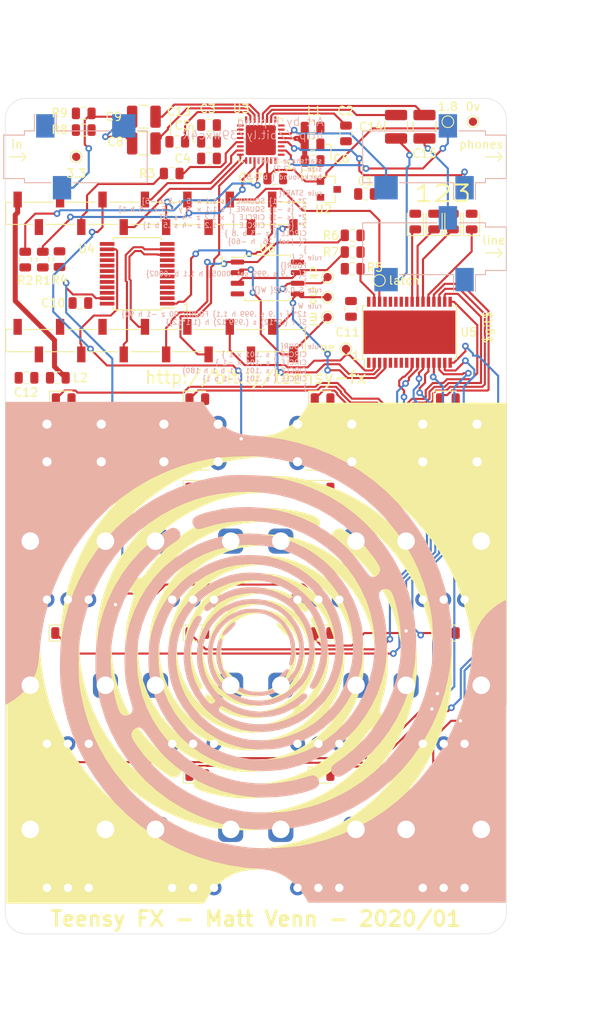
<source format=kicad_pcb>
(kicad_pcb (version 20171130) (host pcbnew 5.1.5-52549c5~84~ubuntu18.04.1)
  (layers (0 F.Cu signal) (1 In1.Cu signal hide) (2 In2.Cu signal hide) (31 B.Cu signal) (34 B.Paste user hide) (35 F.Paste user hide) (36 B.SilkS user hide) (37 F.SilkS user hide) (38 B.Mask user) (39 F.Mask user hide) (44 Edge.Cuts user))
  (net 0 "")
  (net 1 GND)
  (net 2 "Net-(C2-Pad1)")
  (net 3 "Net-(J2-PadT)")
  (net 4 "Net-(J2-PadR)")
  (net 5 "Net-(U3-Pad16)")
  (net 6 "Net-(U3-Pad18)")
  (net 7 +3V3)
  (net 8 MCLK)
  (net 9 LRCLK)
  (net 10 BCLK)
  (net 11 SDA)
  (net 12 SCL)
  (net 13 +1V8)
  (net 14 "Net-(C8-Pad2)")
  (net 15 "Net-(C8-Pad1)")
  (net 16 "Net-(C9-Pad1)")
  (net 17 "Net-(C9-Pad2)")
  (net 18 "Net-(J2-PadS)")
  (net 19 +5V)
  (net 20 pot_multiplex)
  (net 21 pot_b3)
  (net 22 pot_b2)
  (net 23 pot_b1)
  (net 24 pot_b0)
  (net 25 "Net-(R4-Pad1)")
  (net 26 led_latch)
  (net 27 led_oe)
  (net 28 sw_1)
  (net 29 sw_2)
  (net 30 sw_3)
  (net 31 sw_4)
  (net 32 "Net-(U4-Pad16)")
  (net 33 "Net-(U4-Pad17)")
  (net 34 "Net-(U4-Pad18)")
  (net 35 "Net-(U4-Pad19)")
  (net 36 "Net-(D1-Pad1)")
  (net 37 "Net-(D2-Pad1)")
  (net 38 "Net-(D3-Pad1)")
  (net 39 "Net-(D4-Pad1)")
  (net 40 "Net-(D5-Pad1)")
  (net 41 "Net-(D6-Pad1)")
  (net 42 "Net-(D7-Pad1)")
  (net 43 "Net-(D8-Pad1)")
  (net 44 "Net-(D9-Pad1)")
  (net 45 "Net-(D10-Pad1)")
  (net 46 "Net-(D11-Pad1)")
  (net 47 "Net-(D12-Pad1)")
  (net 48 "Net-(D13-Pad1)")
  (net 49 "Net-(D14-Pad1)")
  (net 50 "Net-(D15-Pad1)")
  (net 51 "Net-(D16-Pad1)")
  (net 52 "Net-(R5-Pad1)")
  (net 53 "Net-(U5-Pad25)")
  (net 54 "Net-(U5-Pad26)")
  (net 55 "Net-(U5-Pad27)")
  (net 56 "Net-(U5-Pad28)")
  (net 57 "Net-(U5-Pad29)")
  (net 58 "Net-(R3-Pad1)")
  (net 59 "/pots buttons & LEDs/a0")
  (net 60 "/pots buttons & LEDs/a4")
  (net 61 "/pots buttons & LEDs/a8")
  (net 62 "/pots buttons & LEDs/a1")
  (net 63 "/pots buttons & LEDs/a5")
  (net 64 "/pots buttons & LEDs/a9")
  (net 65 "/pots buttons & LEDs/a2")
  (net 66 "/pots buttons & LEDs/a6")
  (net 67 "/pots buttons & LEDs/a10")
  (net 68 "/pots buttons & LEDs/a3")
  (net 69 "/pots buttons & LEDs/a7")
  (net 70 "/pots buttons & LEDs/a11")
  (net 71 "Net-(U1-Pad22)")
  (net 72 "Net-(D17-Pad1)")
  (net 73 "Net-(D18-Pad1)")
  (net 74 "Net-(D19-Pad1)")
  (net 75 "Net-(D20-Pad1)")
  (net 76 /mem_cs)
  (net 77 "Net-(R7-Pad2)")
  (net 78 SCLK)
  (net 79 MOSI)
  (net 80 MISO)
  (net 81 "Net-(U1-Pad12)")
  (net 82 I2S_OUT)
  (net 83 I2S_IN)
  (net 84 "Net-(C13-Pad1)")
  (net 85 "/SGTL audio/filter_audio_3v3")
  (net 86 "Net-(C14-Pad2)")
  (net 87 "Net-(C14-Pad1)")
  (net 88 "Net-(C15-Pad1)")
  (net 89 "Net-(C15-Pad2)")
  (net 90 +5VA)
  (module audio-fx:back-graphic (layer B.Cu) (at 255 111.3)
    (fp_text reference G*** hide)
    (fp_text value LOGO hide)
  )
  (module audio-fx:back-graphic (layer F.Cu) (at 255.1 111.4)
    (fp_text reference G*** hide)
    (fp_text value LOGO hide)
  )
  (module audio-fx:Potentiometer_Alps_RK09L_Single_Vertical (layer F.Cu) (at 232.5 98 90)
    (fp_text reference RV1 hide)
    (fp_text value R_POT)
    (pad "" thru_hole roundrect (at 0 4.5 90) (size 3 3) (drill 2.1) (layers *.Cu *.Mask))
    (pad "" thru_hole roundrect (at 0 -4.5 90) (size 3 3) (drill 2.1) (layers *.Cu *.Mask))
    (pad 1 thru_hole circle (at -7 2.5 90) (size 1.8 1.8) (drill 1) (layers *.Cu *.Mask))
    (pad 2 thru_hole circle (at -7 0 90) (size 1.8 1.8) (drill 1) (layers *.Cu *.Mask))
    (pad 3 thru_hole circle (at -7 -2.5 90) (size 1.8 1.8) (drill 1) (layers *.Cu *.Mask))
  )
  (module audio-fx:Potentiometer_Alps_RK09L_Single_Vertical (layer F.Cu) (at 247.5 98 90)
    (fp_text reference RV2 hide)
    (fp_text value R_POT)
    (pad "" thru_hole roundrect (at 0 4.5 90) (size 3 3) (drill 2.1) (layers *.Cu *.Mask))
    (pad "" thru_hole roundrect (at 0 -4.5 90) (size 3 3) (drill 2.1) (layers *.Cu *.Mask))
    (pad 1 thru_hole circle (at -7 2.5 90) (size 1.8 1.8) (drill 1) (layers *.Cu *.Mask))
    (pad 2 thru_hole circle (at -7 0 90) (size 1.8 1.8) (drill 1) (layers *.Cu *.Mask))
    (pad 3 thru_hole circle (at -7 -2.5 90) (size 1.8 1.8) (drill 1) (layers *.Cu *.Mask))
  )
  (module audio-fx:Potentiometer_Alps_RK09L_Single_Vertical (layer F.Cu) (at 262.5 98 90)
    (fp_text reference RV3 hide)
    (fp_text value R_POT)
    (pad "" thru_hole roundrect (at 0 4.5 90) (size 3 3) (drill 2.1) (layers *.Cu *.Mask))
    (pad "" thru_hole roundrect (at 0 -4.5 90) (size 3 3) (drill 2.1) (layers *.Cu *.Mask))
    (pad 1 thru_hole circle (at -7 2.5 90) (size 1.8 1.8) (drill 1) (layers *.Cu *.Mask))
    (pad 2 thru_hole circle (at -7 0 90) (size 1.8 1.8) (drill 1) (layers *.Cu *.Mask) (net 61 "/pots buttons & LEDs/a8"))
    (pad 3 thru_hole circle (at -7 -2.5 90) (size 1.8 1.8) (drill 1) (layers *.Cu *.Mask))
  )
  (module audio-fx:Potentiometer_Alps_RK09L_Single_Vertical (layer F.Cu) (at 277.5 98 90)
    (fp_text reference RV4 hide)
    (fp_text value R_POT)
    (pad "" thru_hole roundrect (at 0 4.5 90) (size 3 3) (drill 2.1) (layers *.Cu *.Mask))
    (pad "" thru_hole roundrect (at 0 -4.5 90) (size 3 3) (drill 2.1) (layers *.Cu *.Mask))
    (pad 1 thru_hole circle (at -7 2.5 90) (size 1.8 1.8) (drill 1) (layers *.Cu *.Mask))
    (pad 2 thru_hole circle (at -7 0 90) (size 1.8 1.8) (drill 1) (layers *.Cu *.Mask))
    (pad 3 thru_hole circle (at -7 -2.5 90) (size 1.8 1.8) (drill 1) (layers *.Cu *.Mask))
  )
  (module audio-fx:Potentiometer_Alps_RK09L_Single_Vertical (layer F.Cu) (at 232.5 115.25 90)
    (fp_text reference RV5 hide)
    (fp_text value R_POT)
    (pad "" thru_hole roundrect (at 0 4.5 90) (size 3 3) (drill 2.1) (layers *.Cu *.Mask))
    (pad "" thru_hole roundrect (at 0 -4.5 90) (size 3 3) (drill 2.1) (layers *.Cu *.Mask))
    (pad 1 thru_hole circle (at -7 2.5 90) (size 1.8 1.8) (drill 1) (layers *.Cu *.Mask))
    (pad 2 thru_hole circle (at -7 0 90) (size 1.8 1.8) (drill 1) (layers *.Cu *.Mask))
    (pad 3 thru_hole circle (at -7 -2.5 90) (size 1.8 1.8) (drill 1) (layers *.Cu *.Mask))
  )
  (module audio-fx:Potentiometer_Alps_RK09L_Single_Vertical (layer F.Cu) (at 247.5 115.25 90)
    (fp_text reference RV6 hide)
    (fp_text value R_POT)
    (pad "" thru_hole roundrect (at 0 4.5 90) (size 3 3) (drill 2.1) (layers *.Cu *.Mask))
    (pad "" thru_hole roundrect (at 0 -4.5 90) (size 3 3) (drill 2.1) (layers *.Cu *.Mask))
    (pad 1 thru_hole circle (at -7 2.5 90) (size 1.8 1.8) (drill 1) (layers *.Cu *.Mask))
    (pad 2 thru_hole circle (at -7 0 90) (size 1.8 1.8) (drill 1) (layers *.Cu *.Mask))
    (pad 3 thru_hole circle (at -7 -2.5 90) (size 1.8 1.8) (drill 1) (layers *.Cu *.Mask))
  )
  (module audio-fx:Potentiometer_Alps_RK09L_Single_Vertical (layer F.Cu) (at 262.5 115.25 90)
    (fp_text reference RV7 hide)
    (fp_text value R_POT)
    (pad "" thru_hole roundrect (at 0 4.5 90) (size 3 3) (drill 2.1) (layers *.Cu *.Mask))
    (pad "" thru_hole roundrect (at 0 -4.5 90) (size 3 3) (drill 2.1) (layers *.Cu *.Mask))
    (pad 1 thru_hole circle (at -7 2.5 90) (size 1.8 1.8) (drill 1) (layers *.Cu *.Mask))
    (pad 2 thru_hole circle (at -7 0 90) (size 1.8 1.8) (drill 1) (layers *.Cu *.Mask))
    (pad 3 thru_hole circle (at -7 -2.5 90) (size 1.8 1.8) (drill 1) (layers *.Cu *.Mask))
  )
  (module audio-fx:Potentiometer_Alps_RK09L_Single_Vertical (layer F.Cu) (at 277.5 115.25 90)
    (fp_text reference RV8 hide)
    (fp_text value R_POT)
    (pad "" thru_hole roundrect (at 0 4.5 90) (size 3 3) (drill 2.1) (layers *.Cu *.Mask))
    (pad "" thru_hole roundrect (at 0 -4.5 90) (size 3 3) (drill 2.1) (layers *.Cu *.Mask))
    (pad 1 thru_hole circle (at -7 2.5 90) (size 1.8 1.8) (drill 1) (layers *.Cu *.Mask))
    (pad 2 thru_hole circle (at -7 0 90) (size 1.8 1.8) (drill 1) (layers *.Cu *.Mask))
    (pad 3 thru_hole circle (at -7 -2.5 90) (size 1.8 1.8) (drill 1) (layers *.Cu *.Mask))
  )
  (module audio-fx:Potentiometer_Alps_RK09L_Single_Vertical (layer F.Cu) (at 232.5 132.5 90)
    (fp_text reference RV9 hide)
    (fp_text value R_POT)
    (pad "" thru_hole roundrect (at 0 4.5 90) (size 3 3) (drill 2.1) (layers *.Cu *.Mask))
    (pad "" thru_hole roundrect (at 0 -4.5 90) (size 3 3) (drill 2.1) (layers *.Cu *.Mask))
    (pad 1 thru_hole circle (at -7 2.5 90) (size 1.8 1.8) (drill 1) (layers *.Cu *.Mask))
    (pad 2 thru_hole circle (at -7 0 90) (size 1.8 1.8) (drill 1) (layers *.Cu *.Mask))
    (pad 3 thru_hole circle (at -7 -2.5 90) (size 1.8 1.8) (drill 1) (layers *.Cu *.Mask))
  )
  (module audio-fx:Potentiometer_Alps_RK09L_Single_Vertical (layer F.Cu) (at 247.5 132.5 90)
    (fp_text reference RV10 hide)
    (fp_text value R_POT)
    (pad "" thru_hole roundrect (at 0 4.5 90) (size 3 3) (drill 2.1) (layers *.Cu *.Mask))
    (pad "" thru_hole roundrect (at 0 -4.5 90) (size 3 3) (drill 2.1) (layers *.Cu *.Mask))
    (pad 1 thru_hole circle (at -7 2.5 90) (size 1.8 1.8) (drill 1) (layers *.Cu *.Mask))
    (pad 2 thru_hole circle (at -7 0 90) (size 1.8 1.8) (drill 1) (layers *.Cu *.Mask))
    (pad 3 thru_hole circle (at -7 -2.5 90) (size 1.8 1.8) (drill 1) (layers *.Cu *.Mask))
  )
  (module audio-fx:Potentiometer_Alps_RK09L_Single_Vertical (layer F.Cu) (at 262.5 132.5 90)
    (fp_text reference RV11 hide)
    (fp_text value R_POT)
    (pad "" thru_hole roundrect (at 0 4.5 90) (size 3 3) (drill 2.1) (layers *.Cu *.Mask))
    (pad "" thru_hole roundrect (at 0 -4.5 90) (size 3 3) (drill 2.1) (layers *.Cu *.Mask))
    (pad 1 thru_hole circle (at -7 2.5 90) (size 1.8 1.8) (drill 1) (layers *.Cu *.Mask))
    (pad 2 thru_hole circle (at -7 0 90) (size 1.8 1.8) (drill 1) (layers *.Cu *.Mask))
    (pad 3 thru_hole circle (at -7 -2.5 90) (size 1.8 1.8) (drill 1) (layers *.Cu *.Mask))
  )
  (module audio-fx:Potentiometer_Alps_RK09L_Single_Vertical (layer F.Cu) (at 277.5 132.5 90)
    (fp_text reference RV12 hide)
    (fp_text value R_POT)
    (pad "" thru_hole roundrect (at 0 4.5 90) (size 3 3) (drill 2.1) (layers *.Cu *.Mask))
    (pad "" thru_hole roundrect (at 0 -4.5 90) (size 3 3) (drill 2.1) (layers *.Cu *.Mask))
    (pad 1 thru_hole circle (at -7 2.5 90) (size 1.8 1.8) (drill 1) (layers *.Cu *.Mask))
    (pad 2 thru_hole circle (at -7 0 90) (size 1.8 1.8) (drill 1) (layers *.Cu *.Mask))
    (pad 3 thru_hole circle (at -7 -2.5 90) (size 1.8 1.8) (drill 1) (layers *.Cu *.Mask))
  )
  (module audio-fx:teensy4smt (layer F.Cu) (at 243 74 90)
    (fp_text reference U1 hide)
    (fp_text value Teensy4.0)
    (pad 1 smd rect (at 1.65 -16.51 90) (size 1.9 1) (layers F.Cu F.Paste F.Mask))
    (pad 3 smd rect (at 1.65 -11.43 90) (size 1.9 1) (layers F.Cu F.Paste F.Mask))
    (pad 5 smd rect (at 1.65 -6.35 90) (size 1.9 1) (layers F.Cu F.Paste F.Mask))
    (pad 7 smd rect (at 1.65 -1.27 90) (size 1.9 1) (layers F.Cu F.Paste F.Mask) (net 24 pot_b0))
    (pad 9 smd rect (at 1.65 3.81 90) (size 1.9 1) (layers F.Cu F.Paste F.Mask))
    (pad 11 smd rect (at 1.65 8.89 90) (size 1.9 1) (layers F.Cu F.Paste F.Mask) (net 27 led_oe))
    (pad 13 smd rect (at 1.65 13.97 90) (size 1.9 1) (layers F.Cu F.Paste F.Mask) (net 79 MOSI))
    (pad 2 smd rect (at -1.65 -13.97 90) (size 1.9 1) (layers F.Cu F.Paste F.Mask))
    (pad 4 smd rect (at -1.65 -8.89 90) (size 1.9 1) (layers F.Cu F.Paste F.Mask) (net 22 pot_b2))
    (pad 6 smd rect (at -1.65 -3.81 90) (size 1.9 1) (layers F.Cu F.Paste F.Mask) (net 23 pot_b1))
    (pad 8 smd rect (at -1.65 1.27 90) (size 1.9 1) (layers F.Cu F.Paste F.Mask) (net 76 /mem_cs))
    (pad 10 smd rect (at -1.65 6.35 90) (size 1.9 1) (layers F.Cu F.Paste F.Mask) (net 83 I2S_IN))
    (pad 12 smd rect (at -1.65 11.43 90) (size 1.9 1) (layers F.Cu F.Paste F.Mask))
    (pad 14 smd rect (at -1.65 16.51 90) (size 1.9 1) (layers F.Cu F.Paste F.Mask) (net 80 MISO))
    (pad 23 smd rect (at 16.89 8.89 90) (size 1.9 1) (layers F.Cu F.Paste F.Mask) (net 26 led_latch))
    (pad 21 smd rect (at 16.89 13.97 90) (size 1.9 1) (layers F.Cu F.Paste F.Mask) (net 20 pot_multiplex))
    (pad 20 smd rect (at 13.59 16.51 90) (size 1.9 1) (layers F.Cu F.Paste F.Mask) (net 78 SCLK))
    (pad 31 smd rect (at 16.89 -11.43 90) (size 1.9 1) (layers F.Cu F.Paste F.Mask))
    (pad 26 smd rect (at 13.59 1.27 90) (size 1.9 1) (layers F.Cu F.Paste F.Mask) (net 12 SCL))
    (pad 28 smd rect (at 13.59 -3.81 90) (size 1.9 1) (layers F.Cu F.Paste F.Mask) (net 10 BCLK))
    (pad 30 smd rect (at 13.59 -8.89 90) (size 1.9 1) (layers F.Cu F.Paste F.Mask) (net 8 MCLK))
    (pad 32 smd rect (at 13.59 -13.97 90) (size 1.9 1) (layers F.Cu F.Paste F.Mask))
    (pad 24 smd rect (at 13.59 6.35 90) (size 1.9 1) (layers F.Cu F.Paste F.Mask))
    (pad 33 smd rect (at 16.89 -16.51 90) (size 1.9 1) (layers F.Cu F.Paste F.Mask) (net 19 +5V))
    (pad 27 smd rect (at 16.89 -1.27 90) (size 1.9 1) (layers F.Cu F.Paste F.Mask) (net 9 LRCLK))
    (pad 22 smd rect (at 13.59 11.43 90) (size 1.9 1) (layers F.Cu F.Paste F.Mask))
    (pad 25 smd rect (at 16.89 3.81 90) (size 1.9 1) (layers F.Cu F.Paste F.Mask) (net 11 SDA))
    (pad 29 smd rect (at 16.89 -6.35 90) (size 1.9 1) (layers F.Cu F.Paste F.Mask) (net 31 sw_4))
  )
  (module Inductor_SMD:L_0805_2012Metric (layer F.Cu) (at 261.8 48.5 180)
    (fp_text reference L1 (at -0.2 2) (layer F.SilkS))
    (fp_text value 600R)
    (pad 1 smd roundrect (at -0.9375 0 180) (size 0.975 1.4) (layers F.Cu F.Paste F.Mask))
    (pad 2 smd roundrect (at 0.9375 0 180) (size 0.975 1.4) (layers F.Cu F.Paste F.Mask) (net 85 "/SGTL audio/filter_audio_3v3"))
  )
  (module Button_Switch_THT:SW_PUSH_6mm (layer F.Cu) (at 260 84)
    (fp_text reference SW3 hide)
    (fp_text value Switch_SW_Push)
    (pad 2 thru_hole circle (at 0 4.5 90) (size 2 2) (drill 1.1) (layers *.Cu *.Mask))
    (pad 1 thru_hole circle (at 0 0 90) (size 2 2) (drill 1.1) (layers *.Cu *.Mask))
    (pad 2 thru_hole circle (at 6.5 4.5 90) (size 2 2) (drill 1.1) (layers *.Cu *.Mask))
    (pad 1 thru_hole circle (at 6.5 0 90) (size 2 2) (drill 1.1) (layers *.Cu *.Mask))
  )
  (module Package_DFN_QFN:QFN-32-1EP_5x5mm_P0.5mm_EP3.6x3.6mm (layer F.Cu) (at 255.6 50 180)
    (fp_text reference U3 (at 2.35 3.75) (layer F.SilkS))
    (fp_text value SGTL5000)
    (pad 33 smd roundrect (at 0 0 180) (size 3.6 3.6) (layers F.Cu F.Mask) (roundrect_rratio 0.069444))
    (pad 1 smd roundrect (at -2.45 -1.75 180) (size 0.8 0.25) (layers F.Cu F.Paste F.Mask))
    (pad 2 smd roundrect (at -2.45 -1.25 180) (size 0.8 0.25) (layers F.Cu F.Paste F.Mask) (net 4 "Net-(J2-PadR)"))
    (pad 3 smd roundrect (at -2.45 -0.75 180) (size 0.8 0.25) (layers F.Cu F.Paste F.Mask))
    (pad 4 smd roundrect (at -2.45 -0.25 180) (size 0.8 0.25) (layers F.Cu F.Paste F.Mask) (net 18 "Net-(J2-PadS)"))
    (pad 5 smd roundrect (at -2.45 0.25 180) (size 0.8 0.25) (layers F.Cu F.Paste F.Mask) (net 85 "/SGTL audio/filter_audio_3v3"))
    (pad 6 smd roundrect (at -2.45 0.75 180) (size 0.8 0.25) (layers F.Cu F.Paste F.Mask) (net 3 "Net-(J2-PadT)"))
    (pad 7 smd roundrect (at -2.45 1.25 180) (size 0.8 0.25) (layers F.Cu F.Paste F.Mask))
    (pad 8 smd roundrect (at -2.45 1.75 180) (size 0.8 0.25) (layers F.Cu F.Paste F.Mask))
    (pad 9 smd roundrect (at -1.75 2.45 180) (size 0.25 0.8) (layers F.Cu F.Paste F.Mask))
    (pad 10 smd roundrect (at -1.25 2.45 180) (size 0.25 0.8) (layers F.Cu F.Paste F.Mask) (net 2 "Net-(C2-Pad1)"))
    (pad 11 smd roundrect (at -0.75 2.45 180) (size 0.25 0.8) (layers F.Cu F.Paste F.Mask) (net 87 "Net-(C14-Pad1)"))
    (pad 12 smd roundrect (at -0.25 2.45 180) (size 0.25 0.8) (layers F.Cu F.Paste F.Mask) (net 88 "Net-(C15-Pad1)"))
    (pad 13 smd roundrect (at 0.25 2.45 180) (size 0.25 0.8) (layers F.Cu F.Paste F.Mask) (net 16 "Net-(C9-Pad1)"))
    (pad 14 smd roundrect (at 0.75 2.45 180) (size 0.25 0.8) (layers F.Cu F.Paste F.Mask) (net 15 "Net-(C8-Pad1)"))
    (pad 15 smd roundrect (at 1.25 2.45 180) (size 0.25 0.8) (layers F.Cu F.Paste F.Mask) (net 84 "Net-(C13-Pad1)"))
    (pad 16 smd roundrect (at 1.75 2.45 180) (size 0.25 0.8) (layers F.Cu F.Paste F.Mask))
    (pad 17 smd roundrect (at 2.45 1.75 180) (size 0.8 0.25) (layers F.Cu F.Paste F.Mask))
    (pad 18 smd roundrect (at 2.45 1.25 180) (size 0.8 0.25) (layers F.Cu F.Paste F.Mask))
    (pad 19 smd roundrect (at 2.45 0.75 180) (size 0.8 0.25) (layers F.Cu F.Paste F.Mask))
    (pad 20 smd roundrect (at 2.45 0.25 180) (size 0.8 0.25) (layers F.Cu F.Paste F.Mask))
    (pad 21 smd roundrect (at 2.45 -0.25 180) (size 0.8 0.25) (layers F.Cu F.Paste F.Mask) (net 58 "Net-(R3-Pad1)"))
    (pad 22 smd roundrect (at 2.45 -0.75 180) (size 0.8 0.25) (layers F.Cu F.Paste F.Mask))
    (pad 23 smd roundrect (at 2.45 -1.25 180) (size 0.8 0.25) (layers F.Cu F.Paste F.Mask) (net 9 LRCLK))
    (pad 24 smd roundrect (at 2.45 -1.75 180) (size 0.8 0.25) (layers F.Cu F.Paste F.Mask) (net 10 BCLK))
    (pad 25 smd roundrect (at 1.75 -2.45 180) (size 0.25 0.8) (layers F.Cu F.Paste F.Mask) (net 83 I2S_IN))
    (pad 26 smd roundrect (at 1.25 -2.45 180) (size 0.25 0.8) (layers F.Cu F.Paste F.Mask))
    (pad 27 smd roundrect (at 0.75 -2.45 180) (size 0.25 0.8) (layers F.Cu F.Paste F.Mask) (net 11 SDA))
    (pad 28 smd roundrect (at 0.25 -2.45 180) (size 0.25 0.8) (layers F.Cu F.Paste F.Mask))
    (pad 29 smd roundrect (at -0.25 -2.45 180) (size 0.25 0.8) (layers F.Cu F.Paste F.Mask) (net 12 SCL))
    (pad 30 smd roundrect (at -0.75 -2.45 180) (size 0.25 0.8) (layers F.Cu F.Paste F.Mask) (net 13 +1V8))
    (pad 31 smd roundrect (at -1.25 -2.45 180) (size 0.25 0.8) (layers F.Cu F.Paste F.Mask))
    (pad 32 smd roundrect (at -1.75 -2.45 180) (size 0.25 0.8) (layers F.Cu F.Paste F.Mask))
  )
  (module Capacitor_SMD:C_0805_2012Metric (layer F.Cu) (at 268.2 56.45)
    (fp_text reference C1 (at -0.05 -1.55) (layer F.SilkS))
    (fp_text value 2.2uF)
    (pad 1 smd roundrect (at -0.9375 0) (size 0.975 1.4) (layers F.Cu F.Paste F.Mask))
    (pad 2 smd roundrect (at 0.9375 0) (size 0.975 1.4) (layers F.Cu F.Paste F.Mask))
  )
  (module Capacitor_SMD:C_0805_2012Metric (layer F.Cu) (at 265.8 49.2 270)
    (fp_text reference C2 (at -2.7 0.05 180) (layer F.SilkS))
    (fp_text value 0.1uF)
    (pad 1 smd roundrect (at -0.9375 0 270) (size 0.975 1.4) (layers F.Cu F.Paste F.Mask) (net 2 "Net-(C2-Pad1)"))
    (pad 2 smd roundrect (at 0.9375 0 270) (size 0.975 1.4) (layers F.Cu F.Paste F.Mask))
  )
  (module Capacitor_SMD:C_0805_2012Metric (layer F.Cu) (at 249.4 48.2 180)
    (fp_text reference C3 (at 0.15 1.95) (layer F.SilkS))
    (fp_text value 2.2uF)
    (pad 2 smd roundrect (at 0.9375 0 180) (size 0.975 1.4) (layers F.Cu F.Paste F.Mask))
    (pad 1 smd roundrect (at -0.9375 0 180) (size 0.975 1.4) (layers F.Cu F.Paste F.Mask))
  )
  (module Capacitor_SMD:C_0805_2012Metric (layer F.Cu) (at 249.4 52.2 180)
    (fp_text reference C4 (at 3.15 0) (layer F.SilkS))
    (fp_text value 0.1uF)
    (pad 2 smd roundrect (at 0.9375 0 180) (size 0.975 1.4) (layers F.Cu F.Paste F.Mask))
    (pad 1 smd roundrect (at -0.9375 0 180) (size 0.975 1.4) (layers F.Cu F.Paste F.Mask))
  )
  (module Capacitor_SMD:C_0805_2012Metric (layer F.Cu) (at 249.4 50.2 180)
    (fp_text reference C5 (at 3.15 1.95) (layer F.SilkS))
    (fp_text value 0.1uF)
    (pad 1 smd roundrect (at -0.9375 0 180) (size 0.975 1.4) (layers F.Cu F.Paste F.Mask))
    (pad 2 smd roundrect (at 0.9375 0 180) (size 0.975 1.4) (layers F.Cu F.Paste F.Mask))
  )
  (module Capacitor_SMD:C_0805_2012Metric (layer F.Cu) (at 261.8 50.5)
    (fp_text reference C6 (at 3.45 1.75) (layer F.SilkS))
    (fp_text value 2.2uF)
    (pad 1 smd roundrect (at -0.9375 0) (size 0.975 1.4) (layers F.Cu F.Paste F.Mask) (net 85 "/SGTL audio/filter_audio_3v3"))
    (pad 2 smd roundrect (at 0.9375 0) (size 0.975 1.4) (layers F.Cu F.Paste F.Mask))
  )
  (module Capacitor_SMD:C_0805_2012Metric (layer F.Cu) (at 261.8 52.5)
    (fp_text reference C7 (at -0.55 1.65) (layer F.SilkS))
    (fp_text value 0.1uF)
    (pad 2 smd roundrect (at 0.9375 0) (size 0.975 1.4) (layers F.Cu F.Paste F.Mask))
    (pad 1 smd roundrect (at -0.9375 0) (size 0.975 1.4) (layers F.Cu F.Paste F.Mask) (net 85 "/SGTL audio/filter_audio_3v3"))
  )
  (module Resistor_SMD:R_0805_2012Metric (layer F.Cu) (at 229.5 64.3 90)
    (fp_text reference R1 (at -2.5 0 180) (layer F.SilkS))
    (fp_text value 2.2K)
    (pad 1 smd roundrect (at -0.9375 0 90) (size 0.975 1.4) (layers F.Cu F.Paste F.Mask))
    (pad 2 smd roundrect (at 0.9375 0 90) (size 0.975 1.4) (layers F.Cu F.Paste F.Mask) (net 11 SDA))
  )
  (module Resistor_SMD:R_0805_2012Metric (layer F.Cu) (at 227.4 64.3 90)
    (fp_text reference R2 (at -2.5 0 180) (layer F.SilkS))
    (fp_text value 2.2K)
    (pad 2 smd roundrect (at 0.9375 0 90) (size 0.975 1.4) (layers F.Cu F.Paste F.Mask) (net 12 SCL))
    (pad 1 smd roundrect (at -0.9375 0 90) (size 0.975 1.4) (layers F.Cu F.Paste F.Mask))
  )
  (module Resistor_SMD:R_0805_2012Metric (layer F.Cu) (at 231.5 64.25 90)
    (fp_text reference R4 (at -2.5 0 180) (layer F.SilkS))
    (fp_text value 10k)
    (pad 1 smd roundrect (at -0.9375 0 90) (size 0.975 1.4) (layers F.Cu F.Paste F.Mask))
    (pad 2 smd roundrect (at 0.9375 0 90) (size 0.975 1.4) (layers F.Cu F.Paste F.Mask))
  )
  (module Package_SO:SSOP-24_5.3x8.2mm_P0.65mm (layer F.Cu) (at 240.8 66 180)
    (fp_text reference U4 (at 6.05 3) (layer F.SilkS))
    (fp_text value 4067)
    (pad 1 smd rect (at -3.6 -3.575 180) (size 1.75 0.45) (layers F.Cu F.Paste F.Mask) (net 20 pot_multiplex))
    (pad 2 smd rect (at -3.6 -2.925 180) (size 1.75 0.45) (layers F.Cu F.Paste F.Mask))
    (pad 3 smd rect (at -3.6 -2.275 180) (size 1.75 0.45) (layers F.Cu F.Paste F.Mask))
    (pad 4 smd rect (at -3.6 -1.625 180) (size 1.75 0.45) (layers F.Cu F.Paste F.Mask))
    (pad 5 smd rect (at -3.6 -0.975 180) (size 1.75 0.45) (layers F.Cu F.Paste F.Mask))
    (pad 6 smd rect (at -3.6 -0.325 180) (size 1.75 0.45) (layers F.Cu F.Paste F.Mask))
    (pad 7 smd rect (at -3.6 0.325 180) (size 1.75 0.45) (layers F.Cu F.Paste F.Mask))
    (pad 8 smd rect (at -3.6 0.975 180) (size 1.75 0.45) (layers F.Cu F.Paste F.Mask))
    (pad 9 smd rect (at -3.6 1.625 180) (size 1.75 0.45) (layers F.Cu F.Paste F.Mask))
    (pad 10 smd rect (at -3.6 2.275 180) (size 1.75 0.45) (layers F.Cu F.Paste F.Mask) (net 24 pot_b0))
    (pad 11 smd rect (at -3.6 2.925 180) (size 1.75 0.45) (layers F.Cu F.Paste F.Mask) (net 23 pot_b1))
    (pad 12 smd rect (at -3.6 3.575 180) (size 1.75 0.45) (layers F.Cu F.Paste F.Mask))
    (pad 13 smd rect (at 3.6 3.575 180) (size 1.75 0.45) (layers F.Cu F.Paste F.Mask))
    (pad 14 smd rect (at 3.6 2.925 180) (size 1.75 0.45) (layers F.Cu F.Paste F.Mask) (net 22 pot_b2))
    (pad 15 smd rect (at 3.6 2.275 180) (size 1.75 0.45) (layers F.Cu F.Paste F.Mask))
    (pad 16 smd rect (at 3.6 1.625 180) (size 1.75 0.45) (layers F.Cu F.Paste F.Mask))
    (pad 17 smd rect (at 3.6 0.975 180) (size 1.75 0.45) (layers F.Cu F.Paste F.Mask))
    (pad 18 smd rect (at 3.6 0.325 180) (size 1.75 0.45) (layers F.Cu F.Paste F.Mask))
    (pad 19 smd rect (at 3.6 -0.325 180) (size 1.75 0.45) (layers F.Cu F.Paste F.Mask))
    (pad 20 smd rect (at 3.6 -0.975 180) (size 1.75 0.45) (layers F.Cu F.Paste F.Mask))
    (pad 21 smd rect (at 3.6 -1.625 180) (size 1.75 0.45) (layers F.Cu F.Paste F.Mask))
    (pad 22 smd rect (at 3.6 -2.275 180) (size 1.75 0.45) (layers F.Cu F.Paste F.Mask))
    (pad 23 smd rect (at 3.6 -2.925 180) (size 1.75 0.45) (layers F.Cu F.Paste F.Mask) (net 61 "/pots buttons & LEDs/a8"))
    (pad 24 smd rect (at 3.6 -3.575 180) (size 1.75 0.45) (layers F.Cu F.Paste F.Mask))
  )
  (module Capacitor_SMD:C_0805_2012Metric (layer F.Cu) (at 234 69.5 180)
    (fp_text reference C10 (at 3.25 0) (layer F.SilkS))
    (fp_text value 2.2uF)
    (pad 1 smd roundrect (at -0.9375 0 180) (size 0.975 1.4) (layers F.Cu F.Paste F.Mask))
    (pad 2 smd roundrect (at 0.9375 0 180) (size 0.975 1.4) (layers F.Cu F.Paste F.Mask))
  )
  (module LED_SMD:LED_0805_2012Metric (layer F.Cu) (at 232 91.7)
    (fp_text reference D1 hide)
    (fp_text value LED)
    (pad 2 smd roundrect (at 0.9375 0) (size 0.975 1.4) (layers F.Cu F.Paste F.Mask))
    (pad 1 smd roundrect (at -0.9375 0) (size 0.975 1.4) (layers F.Cu F.Paste F.Mask))
  )
  (module LED_SMD:LED_0805_2012Metric (layer F.Cu) (at 248 91.7)
    (fp_text reference D2 hide)
    (fp_text value LED)
    (pad 2 smd roundrect (at 0.9375 0) (size 0.975 1.4) (layers F.Cu F.Paste F.Mask))
    (pad 1 smd roundrect (at -0.9375 0) (size 0.975 1.4) (layers F.Cu F.Paste F.Mask))
  )
  (module LED_SMD:LED_0805_2012Metric (layer F.Cu) (at 263 91.7)
    (fp_text reference D3 hide)
    (fp_text value LED)
    (pad 1 smd roundrect (at -0.9375 0) (size 0.975 1.4) (layers F.Cu F.Paste F.Mask))
    (pad 2 smd roundrect (at 0.9375 0) (size 0.975 1.4) (layers F.Cu F.Paste F.Mask))
  )
  (module LED_SMD:LED_0805_2012Metric (layer F.Cu) (at 278 91.7)
    (fp_text reference D4 hide)
    (fp_text value LED)
    (pad 1 smd roundrect (at -0.9375 0) (size 0.975 1.4) (layers F.Cu F.Paste F.Mask))
    (pad 2 smd roundrect (at 0.9375 0) (size 0.975 1.4) (layers F.Cu F.Paste F.Mask))
  )
  (module LED_SMD:LED_0805_2012Metric (layer F.Cu) (at 231.9375 109)
    (fp_text reference D5 hide)
    (fp_text value LED)
    (pad 1 smd roundrect (at -0.9375 0) (size 0.975 1.4) (layers F.Cu F.Paste F.Mask) (net 40 "Net-(D5-Pad1)"))
    (pad 2 smd roundrect (at 0.9375 0) (size 0.975 1.4) (layers F.Cu F.Paste F.Mask))
  )
  (module LED_SMD:LED_0805_2012Metric (layer F.Cu) (at 248 109)
    (fp_text reference D6 hide)
    (fp_text value LED)
    (pad 2 smd roundrect (at 0.9375 0) (size 0.975 1.4) (layers F.Cu F.Paste F.Mask))
    (pad 1 smd roundrect (at -0.9375 0) (size 0.975 1.4) (layers F.Cu F.Paste F.Mask) (net 41 "Net-(D6-Pad1)"))
  )
  (module LED_SMD:LED_0805_2012Metric (layer F.Cu) (at 263 109)
    (fp_text reference D7 hide)
    (fp_text value LED)
    (pad 1 smd roundrect (at -0.9375 0) (size 0.975 1.4) (layers F.Cu F.Paste F.Mask) (net 42 "Net-(D7-Pad1)"))
    (pad 2 smd roundrect (at 0.9375 0) (size 0.975 1.4) (layers F.Cu F.Paste F.Mask))
  )
  (module LED_SMD:LED_0805_2012Metric (layer F.Cu) (at 278 109)
    (fp_text reference D8 hide)
    (fp_text value LED)
    (pad 2 smd roundrect (at 0.9375 0) (size 0.975 1.4) (layers F.Cu F.Paste F.Mask))
    (pad 1 smd roundrect (at -0.9375 0) (size 0.975 1.4) (layers F.Cu F.Paste F.Mask) (net 43 "Net-(D8-Pad1)"))
  )
  (module Button_Switch_THT:SW_PUSH_6mm (layer F.Cu) (at 230 84)
    (fp_text reference SW1 hide)
    (fp_text value Switch_SW_Push)
    (pad 2 thru_hole circle (at 0 4.5 90) (size 2 2) (drill 1.1) (layers *.Cu *.Mask))
    (pad 1 thru_hole circle (at 0 0 90) (size 2 2) (drill 1.1) (layers *.Cu *.Mask))
    (pad 2 thru_hole circle (at 6.5 4.5 90) (size 2 2) (drill 1.1) (layers *.Cu *.Mask))
    (pad 1 thru_hole circle (at 6.5 0 90) (size 2 2) (drill 1.1) (layers *.Cu *.Mask))
  )
  (module Button_Switch_THT:SW_PUSH_6mm (layer F.Cu) (at 244 84)
    (fp_text reference SW2 hide)
    (fp_text value Switch_SW_Push)
    (pad 1 thru_hole circle (at 6.5 0 90) (size 2 2) (drill 1.1) (layers *.Cu *.Mask))
    (pad 2 thru_hole circle (at 6.5 4.5 90) (size 2 2) (drill 1.1) (layers *.Cu *.Mask))
    (pad 1 thru_hole circle (at 0 0 90) (size 2 2) (drill 1.1) (layers *.Cu *.Mask))
    (pad 2 thru_hole circle (at 0 4.5 90) (size 2 2) (drill 1.1) (layers *.Cu *.Mask))
  )
  (module Button_Switch_THT:SW_PUSH_6mm (layer F.Cu) (at 275 84)
    (fp_text reference SW4 hide)
    (fp_text value Switch_SW_Push)
    (pad 1 thru_hole circle (at 6.5 0 90) (size 2 2) (drill 1.1) (layers *.Cu *.Mask) (net 31 sw_4))
    (pad 2 thru_hole circle (at 6.5 4.5 90) (size 2 2) (drill 1.1) (layers *.Cu *.Mask))
    (pad 1 thru_hole circle (at 0 0 90) (size 2 2) (drill 1.1) (layers *.Cu *.Mask) (net 31 sw_4))
    (pad 2 thru_hole circle (at 0 4.5 90) (size 2 2) (drill 1.1) (layers *.Cu *.Mask))
  )
  (module Capacitor_SMD:C_0805_2012Metric (layer F.Cu) (at 266.4 70.2 270)
    (fp_text reference C11 (at 2.8 0.4 180) (layer F.SilkS))
    (fp_text value 2.2uF)
    (pad 1 smd roundrect (at -0.9375 0 270) (size 0.975 1.4) (layers F.Cu F.Paste F.Mask))
    (pad 2 smd roundrect (at 0.9375 0 270) (size 0.975 1.4) (layers F.Cu F.Paste F.Mask))
  )
  (module LED_SMD:LED_0805_2012Metric (layer F.Cu) (at 232 126)
    (fp_text reference D9 hide)
    (fp_text value LED)
    (pad 2 smd roundrect (at 0.9375 0) (size 0.975 1.4) (layers F.Cu F.Paste F.Mask))
    (pad 1 smd roundrect (at -0.9375 0) (size 0.975 1.4) (layers F.Cu F.Paste F.Mask) (net 44 "Net-(D9-Pad1)"))
  )
  (module LED_SMD:LED_0805_2012Metric (layer F.Cu) (at 248 126)
    (fp_text reference D10 hide)
    (fp_text value LED)
    (pad 1 smd roundrect (at -0.9375 0) (size 0.975 1.4) (layers F.Cu F.Paste F.Mask) (net 45 "Net-(D10-Pad1)"))
    (pad 2 smd roundrect (at 0.9375 0) (size 0.975 1.4) (layers F.Cu F.Paste F.Mask))
  )
  (module LED_SMD:LED_0805_2012Metric (layer F.Cu) (at 263 126)
    (fp_text reference D11 hide)
    (fp_text value LED)
    (pad 2 smd roundrect (at 0.9375 0) (size 0.975 1.4) (layers F.Cu F.Paste F.Mask))
    (pad 1 smd roundrect (at -0.9375 0) (size 0.975 1.4) (layers F.Cu F.Paste F.Mask) (net 46 "Net-(D11-Pad1)"))
  )
  (module LED_SMD:LED_0805_2012Metric (layer F.Cu) (at 278 126.100001)
    (fp_text reference D12 hide)
    (fp_text value LED)
    (pad 1 smd roundrect (at -0.9375 0) (size 0.975 1.4) (layers F.Cu F.Paste F.Mask) (net 47 "Net-(D12-Pad1)"))
    (pad 2 smd roundrect (at 0.9375 0) (size 0.975 1.4) (layers F.Cu F.Paste F.Mask))
  )
  (module LED_SMD:LED_0805_2012Metric (layer F.Cu) (at 232 81)
    (fp_text reference D13 hide)
    (fp_text value LED)
    (pad 2 smd roundrect (at 0.9375 0) (size 0.975 1.4) (layers F.Cu F.Paste F.Mask))
    (pad 1 smd roundrect (at -0.9375 0) (size 0.975 1.4) (layers F.Cu F.Paste F.Mask) (net 48 "Net-(D13-Pad1)"))
  )
  (module LED_SMD:LED_0805_2012Metric (layer F.Cu) (at 248 81)
    (fp_text reference D14 hide)
    (fp_text value LED)
    (pad 1 smd roundrect (at -0.9375 0) (size 0.975 1.4) (layers F.Cu F.Paste F.Mask) (net 49 "Net-(D14-Pad1)"))
    (pad 2 smd roundrect (at 0.9375 0) (size 0.975 1.4) (layers F.Cu F.Paste F.Mask))
  )
  (module LED_SMD:LED_0805_2012Metric (layer F.Cu) (at 263 81)
    (fp_text reference D15 hide)
    (fp_text value LED)
    (pad 2 smd roundrect (at 0.9375 0) (size 0.975 1.4) (layers F.Cu F.Paste F.Mask))
    (pad 1 smd roundrect (at -0.9375 0) (size 0.975 1.4) (layers F.Cu F.Paste F.Mask) (net 50 "Net-(D15-Pad1)"))
  )
  (module LED_SMD:LED_0805_2012Metric (layer F.Cu) (at 278 81)
    (fp_text reference D16 hide)
    (fp_text value LED)
    (pad 1 smd roundrect (at -0.9375 0) (size 0.975 1.4) (layers F.Cu F.Paste F.Mask) (net 51 "Net-(D16-Pad1)"))
    (pad 2 smd roundrect (at 0.9375 0) (size 0.975 1.4) (layers F.Cu F.Paste F.Mask))
  )
  (module Resistor_SMD:R_0805_2012Metric (layer F.Cu) (at 266.6 65.4 180)
    (fp_text reference R5 (at -2.65 0.15 180) (layer F.SilkS))
    (fp_text value 4.7k)
    (pad 1 smd roundrect (at -0.9375 0 180) (size 0.975 1.4) (layers F.Cu F.Paste F.Mask) (net 52 "Net-(R5-Pad1)"))
    (pad 2 smd roundrect (at 0.9375 0 180) (size 0.975 1.4) (layers F.Cu F.Paste F.Mask))
  )
  (module Package_SO:HTSSOP-32-1EP_6.1x11mm_P0.65mm_EP5.2x11mm_Mask4.11x4.36mm (layer F.Cu) (at 273.4 73 90)
    (fp_text reference U5 (at 0 7.1 180) (layer F.SilkS))
    (fp_text value TLC5947DAP)
    (pad 1 smd rect (at -3.65 -4.875 90) (size 1.2 0.4) (layers F.Cu F.Paste F.Mask))
    (pad 2 smd rect (at -3.65 -4.225 90) (size 1.2 0.4) (layers F.Cu F.Paste F.Mask) (net 27 led_oe))
    (pad 3 smd rect (at -3.65 -3.575 90) (size 1.2 0.4) (layers F.Cu F.Paste F.Mask) (net 78 SCLK))
    (pad 4 smd rect (at -3.65 -2.925 90) (size 1.2 0.4) (layers F.Cu F.Paste F.Mask) (net 79 MOSI))
    (pad 5 smd rect (at -3.65 -2.275 90) (size 1.2 0.4) (layers F.Cu F.Paste F.Mask))
    (pad 6 smd rect (at -3.65 -1.625 90) (size 1.2 0.4) (layers F.Cu F.Paste F.Mask))
    (pad 7 smd rect (at -3.65 -0.975 90) (size 1.2 0.4) (layers F.Cu F.Paste F.Mask))
    (pad 8 smd rect (at -3.65 -0.325 90) (size 1.2 0.4) (layers F.Cu F.Paste F.Mask))
    (pad 9 smd rect (at -3.65 0.325 90) (size 1.2 0.4) (layers F.Cu F.Paste F.Mask) (net 40 "Net-(D5-Pad1)"))
    (pad 10 smd rect (at -3.65 0.975 90) (size 1.2 0.4) (layers F.Cu F.Paste F.Mask) (net 41 "Net-(D6-Pad1)"))
    (pad 11 smd rect (at -3.65 1.625 90) (size 1.2 0.4) (layers F.Cu F.Paste F.Mask) (net 42 "Net-(D7-Pad1)"))
    (pad 12 smd rect (at -3.65 2.275 90) (size 1.2 0.4) (layers F.Cu F.Paste F.Mask) (net 43 "Net-(D8-Pad1)"))
    (pad 13 smd rect (at -3.65 2.925 90) (size 1.2 0.4) (layers F.Cu F.Paste F.Mask) (net 44 "Net-(D9-Pad1)"))
    (pad 14 smd rect (at -3.65 3.575 90) (size 1.2 0.4) (layers F.Cu F.Paste F.Mask) (net 45 "Net-(D10-Pad1)"))
    (pad 15 smd rect (at -3.65 4.225 90) (size 1.2 0.4) (layers F.Cu F.Paste F.Mask) (net 46 "Net-(D11-Pad1)"))
    (pad 16 smd rect (at -3.65 4.875 90) (size 1.2 0.4) (layers F.Cu F.Paste F.Mask) (net 47 "Net-(D12-Pad1)"))
    (pad 17 smd rect (at 3.65 4.875 90) (size 1.2 0.4) (layers F.Cu F.Paste F.Mask) (net 48 "Net-(D13-Pad1)"))
    (pad 18 smd rect (at 3.65 4.225 90) (size 1.2 0.4) (layers F.Cu F.Paste F.Mask) (net 49 "Net-(D14-Pad1)"))
    (pad 19 smd rect (at 3.65 3.575 90) (size 1.2 0.4) (layers F.Cu F.Paste F.Mask) (net 50 "Net-(D15-Pad1)"))
    (pad 20 smd rect (at 3.65 2.925 90) (size 1.2 0.4) (layers F.Cu F.Paste F.Mask) (net 51 "Net-(D16-Pad1)"))
    (pad 21 smd rect (at 3.65 2.275 90) (size 1.2 0.4) (layers F.Cu F.Paste F.Mask) (net 72 "Net-(D17-Pad1)"))
    (pad 22 smd rect (at 3.65 1.625 90) (size 1.2 0.4) (layers F.Cu F.Paste F.Mask) (net 73 "Net-(D18-Pad1)"))
    (pad 23 smd rect (at 3.65 0.975 90) (size 1.2 0.4) (layers F.Cu F.Paste F.Mask) (net 74 "Net-(D19-Pad1)"))
    (pad 24 smd rect (at 3.65 0.325 90) (size 1.2 0.4) (layers F.Cu F.Paste F.Mask) (net 75 "Net-(D20-Pad1)"))
    (pad 25 smd rect (at 3.65 -0.325 90) (size 1.2 0.4) (layers F.Cu F.Paste F.Mask))
    (pad 26 smd rect (at 3.65 -0.975 90) (size 1.2 0.4) (layers F.Cu F.Paste F.Mask))
    (pad 27 smd rect (at 3.65 -1.625 90) (size 1.2 0.4) (layers F.Cu F.Paste F.Mask))
    (pad 28 smd rect (at 3.65 -2.275 90) (size 1.2 0.4) (layers F.Cu F.Paste F.Mask))
    (pad 29 smd rect (at 3.65 -2.925 90) (size 1.2 0.4) (layers F.Cu F.Paste F.Mask))
    (pad 30 smd rect (at 3.65 -3.575 90) (size 1.2 0.4) (layers F.Cu F.Paste F.Mask) (net 26 led_latch))
    (pad 31 smd rect (at 3.65 -4.225 90) (size 1.2 0.4) (layers F.Cu F.Paste F.Mask) (net 52 "Net-(R5-Pad1)"))
    (pad 32 smd rect (at 3.65 -4.875 90) (size 1.2 0.4) (layers F.Cu F.Paste F.Mask))
    (pad 33 smd rect (at 0 0 90) (size 5.2 11) (layers F.Cu))
  )
  (module Capacitor_SMD:C_0805_2012Metric (layer F.Cu) (at 227.55 78.45 180)
    (fp_text reference C12 (at 0.05 -1.75) (layer F.SilkS))
    (fp_text value 2.2uF)
    (pad 1 smd roundrect (at -0.9375 0 180) (size 0.975 1.4) (layers F.Cu F.Paste F.Mask))
    (pad 2 smd roundrect (at 0.9375 0 180) (size 0.975 1.4) (layers F.Cu F.Paste F.Mask))
  )
  (module Resistor_SMD:R_0805_2012Metric (layer F.Cu) (at 244.9375 54 180)
    (fp_text reference R3 (at 2.9375 0) (layer F.SilkS))
    (fp_text value 100R)
    (pad 1 smd roundrect (at -0.9375 0 180) (size 0.975 1.4) (layers F.Cu F.Paste F.Mask) (net 58 "Net-(R3-Pad1)"))
    (pad 2 smd roundrect (at 0.9375 0 180) (size 0.975 1.4) (layers F.Cu F.Paste F.Mask) (net 8 MCLK))
  )
  (module LED_SMD:LED_0805_2012Metric (layer F.Cu) (at 280.85 59.75 90)
    (fp_text reference D17 hide)
    (fp_text value LED)
    (pad 1 smd roundrect (at -0.9375 0 90) (size 0.975 1.4) (layers F.Cu F.Paste F.Mask) (net 72 "Net-(D17-Pad1)"))
    (pad 2 smd roundrect (at 0.9375 0 90) (size 0.975 1.4) (layers F.Cu F.Paste F.Mask))
  )
  (module LED_SMD:LED_0805_2012Metric (layer F.Cu) (at 278.6 59.75 90)
    (fp_text reference D18 hide)
    (fp_text value LED)
    (pad 2 smd roundrect (at 0.9375 0 90) (size 0.975 1.4) (layers F.Cu F.Paste F.Mask))
    (pad 1 smd roundrect (at -0.9375 0 90) (size 0.975 1.4) (layers F.Cu F.Paste F.Mask) (net 73 "Net-(D18-Pad1)"))
  )
  (module LED_SMD:LED_0805_2012Metric (layer F.Cu) (at 276.35 59.75 90)
    (fp_text reference D19 hide)
    (fp_text value LED)
    (pad 1 smd roundrect (at -0.9375 0 90) (size 0.975 1.4) (layers F.Cu F.Paste F.Mask) (net 74 "Net-(D19-Pad1)"))
    (pad 2 smd roundrect (at 0.9375 0 90) (size 0.975 1.4) (layers F.Cu F.Paste F.Mask))
  )
  (module LED_SMD:LED_0805_2012Metric (layer F.Cu) (at 274.1 59.75 90)
    (fp_text reference D20 hide)
    (fp_text value LED)
    (pad 2 smd roundrect (at 0.9375 0 90) (size 0.975 1.4) (layers F.Cu F.Paste F.Mask))
    (pad 1 smd roundrect (at -0.9375 0 90) (size 0.975 1.4) (layers F.Cu F.Paste F.Mask) (net 75 "Net-(D20-Pad1)"))
  )
  (module Resistor_SMD:R_0805_2012Metric (layer F.Cu) (at 266.6 61.4 180)
    (fp_text reference R6 (at 2.6 0) (layer F.SilkS))
    (fp_text value 10k)
    (pad 1 smd roundrect (at -0.9375 0 180) (size 0.975 1.4) (layers F.Cu F.Paste F.Mask))
    (pad 2 smd roundrect (at 0.9375 0 180) (size 0.975 1.4) (layers F.Cu F.Paste F.Mask) (net 76 /mem_cs))
  )
  (module Resistor_SMD:R_0805_2012Metric (layer F.Cu) (at 266.6 63.4 180)
    (fp_text reference R7 (at 2.6 0) (layer F.SilkS))
    (fp_text value 10k)
    (pad 2 smd roundrect (at 0.9375 0 180) (size 0.975 1.4) (layers F.Cu F.Paste F.Mask) (net 77 "Net-(R7-Pad2)"))
    (pad 1 smd roundrect (at -0.9375 0 180) (size 0.975 1.4) (layers F.Cu F.Paste F.Mask))
  )
  (module TestPoint:TestPoint_Pad_D1.0mm (layer F.Cu) (at 263.6 66.4 270)
    (fp_text reference TP1 hide)
    (fp_text value TestPoint)
    (pad 1 smd circle (at 0 0 270) (size 1 1) (layers F.Cu F.Mask) (net 78 SCLK))
  )
  (module TestPoint:TestPoint_Pad_D1.0mm (layer F.Cu) (at 265.8 75)
    (fp_text reference TP2 hide)
    (fp_text value TestPoint)
    (pad 1 smd circle (at 0 0) (size 1 1) (layers F.Cu F.Mask) (net 27 led_oe))
  )
  (module TestPoint:TestPoint_Pad_D1.0mm (layer F.Cu) (at 263.6 68.8 270)
    (fp_text reference TP3 hide)
    (fp_text value TestPoint)
    (pad 1 smd circle (at 0 0 270) (size 1 1) (layers F.Cu F.Mask) (net 79 MOSI))
  )
  (module TestPoint:TestPoint_Pad_D1.0mm (layer F.Cu) (at 269.8 66.8)
    (fp_text reference TP4 hide)
    (fp_text value TestPoint)
    (pad 1 smd circle (at 0 0) (size 1 1) (layers F.Cu F.Mask) (net 26 led_latch))
  )
  (module TestPoint:TestPoint_Pad_D1.0mm (layer F.Cu) (at 263.6 71.2 270)
    (fp_text reference TP5 hide)
    (fp_text value TestPoint)
    (pad 1 smd circle (at 0 0 270) (size 1 1) (layers F.Cu F.Mask) (net 80 MISO))
  )
  (module TestPoint:TestPoint_Pad_D1.0mm (layer F.Cu) (at 233.5 52)
    (fp_text reference TP6 hide)
    (fp_text value TestPoint)
    (pad 1 smd circle (at 0 0) (size 1 1) (layers F.Cu F.Mask))
  )
  (module Package_SO:SOIC-8_5.23x5.23mm_P1.27mm (layer F.Cu) (at 256.4 66.5)
    (fp_text reference U6 (at 0 -3.56) (layer F.SilkS))
    (fp_text value W25Q128JVS)
    (pad 1 smd roundrect (at -3.6 -1.905) (size 1.6 0.6) (layers F.Cu F.Paste F.Mask) (net 76 /mem_cs))
    (pad 2 smd roundrect (at -3.6 -0.635) (size 1.6 0.6) (layers F.Cu F.Paste F.Mask) (net 80 MISO))
    (pad 3 smd roundrect (at -3.6 0.635) (size 1.6 0.6) (layers F.Cu F.Paste F.Mask) (net 77 "Net-(R7-Pad2)"))
    (pad 4 smd roundrect (at -3.6 1.905) (size 1.6 0.6) (layers F.Cu F.Paste F.Mask))
    (pad 5 smd roundrect (at 3.6 1.905) (size 1.6 0.6) (layers F.Cu F.Paste F.Mask) (net 79 MOSI))
    (pad 6 smd roundrect (at 3.6 0.635) (size 1.6 0.6) (layers F.Cu F.Paste F.Mask))
    (pad 7 smd roundrect (at 3.6 -0.635) (size 1.6 0.6) (layers F.Cu F.Paste F.Mask) (net 77 "Net-(R7-Pad2)"))
    (pad 8 smd roundrect (at 3.6 -1.905) (size 1.6 0.6) (layers F.Cu F.Paste F.Mask))
  )
  (module Capacitor_SMD:C_0805_2012Metric (layer F.Cu) (at 245.6 50.2 180)
    (fp_text reference C13 (at -0.2 3.6) (layer F.SilkS))
    (fp_text value 0.1uF)
    (pad 1 smd roundrect (at -0.9375 0 180) (size 0.975 1.4) (layers F.Cu F.Paste F.Mask) (net 84 "Net-(C13-Pad1)"))
    (pad 2 smd roundrect (at 0.9375 0 180) (size 0.975 1.4) (layers F.Cu F.Paste F.Mask))
  )
  (module Resistor_SMD:R_0805_2012Metric (layer F.Cu) (at 234.4 48.8 180)
    (fp_text reference R8 (at 2.9 0.05) (layer F.SilkS))
    (fp_text value 100k)
    (pad 1 smd roundrect (at -0.9375 0 180) (size 0.975 1.4) (layers F.Cu F.Paste F.Mask))
    (pad 2 smd roundrect (at 0.9375 0 180) (size 0.975 1.4) (layers F.Cu F.Paste F.Mask))
  )
  (module Inductor_SMD:L_0805_2012Metric (layer F.Cu) (at 231.3 78.45 180)
    (fp_text reference L2 (at -2.7 0 180) (layer F.SilkS))
    (fp_text value 600R)
    (pad 1 smd roundrect (at -0.9375 0 180) (size 0.975 1.4) (layers F.Cu F.Paste F.Mask) (net 19 +5V))
    (pad 2 smd roundrect (at 0.9375 0 180) (size 0.975 1.4) (layers F.Cu F.Paste F.Mask))
  )
  (module TestPoint:TestPoint_Pad_D1.0mm (layer F.Cu) (at 278 47.8)
    (fp_text reference TP7 hide)
    (fp_text value TestPoint)
    (pad 1 smd circle (at 0 0) (size 1 1) (layers F.Cu F.Mask) (net 13 +1V8))
  )
  (module TestPoint:TestPoint_Pad_D1.0mm (layer F.Cu) (at 281 47.8)
    (fp_text reference TP8 hide)
    (fp_text value TestPoint)
    (pad 1 smd circle (at 0 0) (size 1 1) (layers F.Cu F.Mask))
  )
  (module Resistor_SMD:R_0805_2012Metric (layer F.Cu) (at 234.4 46.8)
    (fp_text reference R9 (at -2.9 -0.05) (layer F.SilkS))
    (fp_text value 100k)
    (pad 1 smd roundrect (at -0.9375 0) (size 0.975 1.4) (layers F.Cu F.Paste F.Mask))
    (pad 2 smd roundrect (at 0.9375 0) (size 0.975 1.4) (layers F.Cu F.Paste F.Mask) (net 17 "Net-(C9-Pad2)"))
  )
  (module Capacitor_SMD:C_0805_2012Metric (layer F.Cu) (at 257.3375 54.6)
    (fp_text reference C17 (at -2.9875 -0.1) (layer F.SilkS))
    (fp_text value 2.2uF)
    (pad 1 smd roundrect (at -0.9375 0) (size 0.975 1.4) (layers F.Cu F.Paste F.Mask))
    (pad 2 smd roundrect (at 0.9375 0) (size 0.975 1.4) (layers F.Cu F.Paste F.Mask))
  )
  (module audio-fx:Jack_3.5mm_CUI_SJ-3523-SMT_Horizontal (layer B.Cu) (at 233.4 52 270)
    (fp_text reference J1 hide)
    (fp_text value AudioJack3_Ground)
    (pad R smd rect (at 3.7 1.6 270) (size 2.8 2.2) (layers B.Cu B.Paste B.Mask) (net 17 "Net-(C9-Pad2)"))
    (pad S smd rect (at -3.7 3.6 270) (size 2.8 2.2) (layers B.Cu B.Paste B.Mask))
    (pad T smd rect (at -3.7 -5.8 270) (size 2.8 2.8) (layers B.Cu B.Paste B.Mask) (net 14 "Net-(C8-Pad2)"))
    (pad "" np_thru_hole circle (at 0 2.5 270) (size 1.7 1.7) (drill 1.7) (layers *.Cu *.Mask))
    (pad "" np_thru_hole circle (at 0 -4.5 270) (size 1.7 1.7) (drill 1.7) (layers *.Cu *.Mask))
  )
  (module audio-fx:Jack_3.5mm_CUI_SJ-3523-SMT_Horizontal (layer B.Cu) (at 276.4 52 90)
    (fp_text reference J2 hide)
    (fp_text value AudioJack3_Ground)
    (pad R smd rect (at 3.7 1.6 90) (size 2.8 2.2) (layers B.Cu B.Paste B.Mask) (net 4 "Net-(J2-PadR)"))
    (pad S smd rect (at -3.7 3.6 90) (size 2.8 2.2) (layers B.Cu B.Paste B.Mask) (net 18 "Net-(J2-PadS)"))
    (pad T smd rect (at -3.7 -5.8 90) (size 2.8 2.8) (layers B.Cu B.Paste B.Mask) (net 3 "Net-(J2-PadT)"))
    (pad "" np_thru_hole circle (at 0 2.5 90) (size 1.7 1.7) (drill 1.7) (layers *.Cu *.Mask))
    (pad "" np_thru_hole circle (at 0 -4.5 90) (size 1.7 1.7) (drill 1.7) (layers *.Cu *.Mask))
  )
  (module audio-fx:Jack_3.5mm_CUI_SJ-3523-SMT_Horizontal (layer B.Cu) (at 276.4 63 90)
    (fp_text reference J3 hide)
    (fp_text value AudioJack3_Ground)
    (pad "" np_thru_hole circle (at 0 -4.5 90) (size 1.7 1.7) (drill 1.7) (layers *.Cu *.Mask))
    (pad "" np_thru_hole circle (at 0 2.5 90) (size 1.7 1.7) (drill 1.7) (layers *.Cu *.Mask))
    (pad T smd rect (at -3.7 -5.8 90) (size 2.8 2.8) (layers B.Cu B.Paste B.Mask) (net 86 "Net-(C14-Pad2)"))
    (pad S smd rect (at -3.7 3.6 90) (size 2.8 2.2) (layers B.Cu B.Paste B.Mask))
    (pad R smd rect (at 3.7 1.6 90) (size 2.8 2.2) (layers B.Cu B.Paste B.Mask) (net 89 "Net-(C15-Pad2)"))
  )
  (module Capacitor_SMD:C_1210_3225Metric (layer F.Cu) (at 241.6 50.4 180)
    (fp_text reference C8 (at 3.4 0.2) (layer F.SilkS))
    (fp_text value 1uF)
    (pad 2 smd roundrect (at 1.4 0 180) (size 1.25 2.65) (layers F.Cu F.Paste F.Mask) (roundrect_rratio 0.2) (net 14 "Net-(C8-Pad2)"))
    (pad 1 smd roundrect (at -1.4 0 180) (size 1.25 2.65) (layers F.Cu F.Paste F.Mask) (roundrect_rratio 0.2) (net 15 "Net-(C8-Pad1)"))
  )
  (module Capacitor_SMD:C_1210_3225Metric (layer F.Cu) (at 241.6 47.2 180)
    (fp_text reference C9 (at 3.6 0) (layer F.SilkS))
    (fp_text value 1uF)
    (pad 1 smd roundrect (at -1.4 0 180) (size 1.25 2.65) (layers F.Cu F.Paste F.Mask) (roundrect_rratio 0.2) (net 16 "Net-(C9-Pad1)"))
    (pad 2 smd roundrect (at 1.4 0 180) (size 1.25 2.65) (layers F.Cu F.Paste F.Mask) (roundrect_rratio 0.2) (net 17 "Net-(C9-Pad2)"))
  )
  (module Capacitor_SMD:C_1210_3225Metric (layer F.Cu) (at 271.8 48.4 270)
    (fp_text reference C14 (at 0 3 180) (layer F.SilkS))
    (fp_text value 1uF)
    (pad 2 smd roundrect (at 1.4 0 270) (size 1.25 2.65) (layers F.Cu F.Paste F.Mask) (roundrect_rratio 0.2) (net 86 "Net-(C14-Pad2)"))
    (pad 1 smd roundrect (at -1.4 0 270) (size 1.25 2.65) (layers F.Cu F.Paste F.Mask) (roundrect_rratio 0.2) (net 87 "Net-(C14-Pad1)"))
  )
  (module Capacitor_SMD:C_1210_3225Metric (layer F.Cu) (at 275.2 48.4 270)
    (fp_text reference C15 (at 3.2 0 180) (layer F.SilkS))
    (fp_text value 1uF)
    (pad 1 smd roundrect (at -1.4 0 270) (size 1.25 2.65) (layers F.Cu F.Paste F.Mask) (roundrect_rratio 0.2) (net 88 "Net-(C15-Pad1)"))
    (pad 2 smd roundrect (at 1.4 0 270) (size 1.25 2.65) (layers F.Cu F.Paste F.Mask) (roundrect_rratio 0.2) (net 89 "Net-(C15-Pad2)"))
  )
  (module Package_TO_SOT_SMD:SOT-23 (layer F.Cu) (at 263.75 55.9)
    (fp_text reference U2 (at -0.65 2.35) (layer F.SilkS))
    (fp_text value MCP1811A)
    (pad 1 smd rect (at -1 -0.95) (size 0.9 0.8) (layers F.Cu F.Paste F.Mask) (net 13 +1V8))
    (pad 2 smd rect (at -1 0.95) (size 0.9 0.8) (layers F.Cu F.Paste F.Mask))
    (pad 3 smd rect (at 1 0) (size 0.9 0.8) (layers F.Cu F.Paste F.Mask))
  )
  (gr_text http://bit.ly/teensy-fx (at 255 78.4) (layer F.SilkS) (effects (font (size 1.5 1.5) (thickness 0.2))))
  (gr_text "Art by Kipling\nhttp://bit.ly/39Wxc4R" (at 263.2 48.6) (layer B.SilkS) (effects (font (size 1 1) (thickness 0.1)) (justify left mirror)))
  (gr_text "startshape START\nsize { s 2.2}\nbackground { b -.5}\n\nrule START{\n    2* {s -1} SQUARE [ s 1.1 x .5 y .5 z -5]\n    2* {s -1} SQUARE [ s 1.1 x .5 y -.5 z -5 b 1]\n    2* {s -1} CIRCLE [  x 1.2 z -4 s .5]\n    2* {s -1} CIRCLE [  y 1.2 z -4 s .5 b 1]\n    CIRCLE { z -3 b .8 }\n    S{ |sat .26  h -60}\n    }\nrule S {\n    FOUR{}\n    S{ r .9 s .999 sat .0005| h 1.1 b .0002}\n    }\nrule S 0.002{ W{}}\n\nrule W {\n    12* { r .9 s .999 h 1.1} FOUR{r 90 z -1 h 90}\n    S{ r (.9*12) s (.999^12) h (1.1*12)}\n    }\n\nrule FOUR{\n    CIRCLE { s .101 x 1 }\n    CIRCLE { s .101 x -1 }\n    CIRCLE { s .101 y 1 b 1 h 180}\n    CIRCLE { s .101 y -1 b 1}\n    }" (at 263 66) (layer B.SilkS) (effects (font (size 0.6 0.6) (thickness 0.1)) (justify left mirror)))
  (gr_text line (at 283.5 62) (layer F.SilkS) (effects (font (size 1 1))))
  (gr_text phones (at 282 50.5) (layer F.SilkS) (effects (font (size 1 1))))
  (gr_text in (at 226.4 50.5) (layer F.SilkS) (effects (font (size 1 1))))
  (gr_text $git$ (at 282.8 72.4 90) (layer F.SilkS) (effects (font (size 1 1))))
  (gr_text 123 (at 277.4 56.4) (layer F.SilkS) (effects (font (size 2 2.4) (thickness 0.25))))
  (gr_text "Teensy FX - Matt Venn - 2020/01" (at 255 143.2) (layer F.SilkS) (effects (font (size 1.8 1.8) (thickness 0.35))))
  (gr_text 1 (at 251 64.5) (layer F.SilkS) (effects (font (size 1 1))))
  (gr_text 0v (at 281 46) (layer F.SilkS) (effects (font (size 1 1))))
  (gr_text "1.8\n" (at 278 46) (layer F.SilkS) (effects (font (size 1 1))))
  (gr_text latch (at 272.8 66.8) (layer F.SilkS) (effects (font (size 1 1))))
  (gr_text oe (at 263.6 74.8) (layer F.SilkS) (effects (font (size 1 1))))
  (gr_text "ck mo mi" (at 262 68.7 270) (layer F.SilkS) (effects (font (size 1 1))))
  (gr_text 3.3 (at 233.5 54) (layer F.SilkS) (effects (font (size 1 1))))
  (gr_text 1 (at 267 75.8) (layer F.SilkS) (effects (font (size 1 1))))
  (gr_text 1 (at 259 53) (layer F.SilkS) (effects (font (size 1 1))))
  (gr_text 1 (at 246.75 70) (layer F.SilkS) (effects (font (size 1 1))))
  (gr_line (start 282.5 63.5) (end 284.5 63.5) (layer F.SilkS) (width 0.12))
  (gr_line (start 284.5 63.5) (end 284 63) (layer F.SilkS) (width 0.12))
  (gr_line (start 284.5 63.5) (end 284 64) (layer F.SilkS) (width 0.12))
  (gr_line (start 282.5 52) (end 284.5 52) (layer F.SilkS) (width 0.12))
  (gr_line (start 284.5 52) (end 284 51.5) (layer F.SilkS) (width 0.12))
  (gr_line (start 284.5 52) (end 284 52.5) (layer F.SilkS) (width 0.12))
  (gr_line (start 227.5 52) (end 227 51.5) (layer F.SilkS) (width 0.12))
  (gr_line (start 227.5 52) (end 227 52.5) (layer F.SilkS) (width 0.12))
  (gr_line (start 225.5 52) (end 227.5 52) (layer F.SilkS) (width 0.12))
  (gr_line (start 244.8 47.4) (end 244.8 49.4) (layer F.SilkS) (width 0.12))
  (gr_line (start 264 52.25) (end 264.25 52.25) (layer F.SilkS) (width 0.12))
  (gr_line (start 264 50.5) (end 264 52.25) (layer F.SilkS) (width 0.12))
  (gr_line (start 263.25 50.5) (end 264 50.5) (layer F.SilkS) (width 0.12))
  (gr_line (start 247.5 48.25) (end 247.25 48.25) (layer F.SilkS) (width 0.12))
  (gr_line (start 247.5 50.25) (end 247.75 50.25) (layer F.SilkS) (width 0.12))
  (gr_line (start 247.5 48.25) (end 247.5 50.25) (layer F.SilkS) (width 0.12))
  (gr_line (start 227.5 145) (end 282.5 145) (layer Edge.Cuts) (width 0.05))
  (gr_line (start 225 47.5) (end 225 142.5) (layer Edge.Cuts) (width 0.05))
  (gr_line (start 282.5 45) (end 227.5 45) (layer Edge.Cuts) (width 0.05))
  (gr_line (start 285 142.5) (end 285 47.5) (layer Edge.Cuts) (width 0.05))
  (gr_arc (start 282.5 142.5) (end 282.5 145) (angle -90) (layer Edge.Cuts) (width 0.05))
  (gr_arc (start 227.5 142.5) (end 225 142.5) (angle -90) (layer Edge.Cuts) (width 0.05))
  (gr_arc (start 227.5 47.5) (end 227.5 45) (angle -90) (layer Edge.Cuts) (width 0.05))
  (gr_arc (start 282.5 47.5) (end 285 47.5) (angle -90) (layer Edge.Cuts) (width 0.05))
  (segment (start 256.85 47.55) (end 256.85 47.101978) (width 0.25) (layer F.Cu) (net 2))
  (segment (start 257.126988 46.82499) (end 264.36249 46.82499) (width 0.25) (layer F.Cu) (net 2))
  (segment (start 256.85 47.101978) (end 257.126988 46.82499) (width 0.25) (layer F.Cu) (net 2))
  (segment (start 264.36249 46.82499) (end 265.314473 47.776973) (width 0.25) (layer F.Cu) (net 2))
  (segment (start 265.314473 47.776973) (end 265.8 48.2625) (width 0.25) (layer F.Cu) (net 2))
  (segment (start 259.15 49.25) (end 258.05 49.25) (width 0.25) (layer F.Cu) (net 3))
  (segment (start 259.6 48.8) (end 259.15 49.25) (width 0.25) (layer F.Cu) (net 3))
  (segment (start 259.999999 49.199999) (end 259.6 48.8) (width 0.25) (layer B.Cu) (net 3))
  (segment (start 266.298323 49.199999) (end 259.999999 49.199999) (width 0.25) (layer B.Cu) (net 3))
  (segment (start 270.6 55.7) (end 270.6 53.501676) (width 0.25) (layer B.Cu) (net 3))
  (segment (start 270.6 53.501676) (end 266.298323 49.199999) (width 0.25) (layer B.Cu) (net 3))
  (segment (start 278 50.4) (end 278 48.3) (width 0.25) (layer B.Cu) (net 4))
  (segment (start 277.4 51) (end 278 50.4) (width 0.25) (layer B.Cu) (net 4))
  (segment (start 277.4 51) (end 275 53.4) (width 0.25) (layer F.Cu) (net 4))
  (segment (start 275 53.4) (end 268.765685 53.4) (width 0.25) (layer F.Cu) (net 4))
  (segment (start 268.765685 53.4) (end 268.2 53.4) (width 0.25) (layer F.Cu) (net 4))
  (segment (start 259.599999 52.999999) (end 259.2 52.6) (width 0.25) (layer B.Cu) (net 4))
  (segment (start 259.2 52.034315) (end 259.2 52.6) (width 0.25) (layer F.Cu) (net 4))
  (segment (start 258.615685 51.25) (end 259.2 51.834315) (width 0.25) (layer F.Cu) (net 4))
  (segment (start 259.2 51.834315) (end 259.2 52.034315) (width 0.25) (layer F.Cu) (net 4))
  (segment (start 267.799999 52.999999) (end 259.599999 52.999999) (width 0.25) (layer B.Cu) (net 4))
  (segment (start 268.2 53.4) (end 267.799999 52.999999) (width 0.25) (layer B.Cu) (net 4))
  (segment (start 258.05 51.25) (end 258.615685 51.25) (width 0.25) (layer F.Cu) (net 4))
  (segment (start 236.15 55.25) (end 242.75 55.25) (width 0.25) (layer F.Cu) (net 8))
  (segment (start 234.8 56.6) (end 236.15 55.25) (width 0.25) (layer F.Cu) (net 8))
  (segment (start 234.8 58.52) (end 234.8 56.6) (width 0.25) (layer F.Cu) (net 8))
  (segment (start 234.11 60.41) (end 234.11 59.21) (width 0.25) (layer F.Cu) (net 8))
  (segment (start 242.75 55.25) (end 244 54) (width 0.25) (layer F.Cu) (net 8))
  (segment (start 234.11 59.21) (end 234.8 58.52) (width 0.25) (layer F.Cu) (net 8))
  (segment (start 242.48 57.11) (end 241.73 57.11) (width 0.25) (layer F.Cu) (net 9))
  (segment (start 253.15 51.25) (end 252.701978 51.25) (width 0.25) (layer F.Cu) (net 9))
  (segment (start 252.701978 51.25) (end 252.05 51.901978) (width 0.25) (layer F.Cu) (net 9))
  (segment (start 252.05 51.901978) (end 252.05 52.7) (width 0.25) (layer F.Cu) (net 9))
  (segment (start 244.440009 55.149991) (end 242.48 57.11) (width 0.25) (layer F.Cu) (net 9))
  (segment (start 252.05 52.7) (end 249.600009 55.149991) (width 0.25) (layer F.Cu) (net 9))
  (segment (start 249.600009 55.149991) (end 244.440009 55.149991) (width 0.25) (layer F.Cu) (net 9))
  (segment (start 240.465002 60.41) (end 239.19 60.41) (width 0.25) (layer F.Cu) (net 10))
  (segment (start 243.3 57.575002) (end 240.465002 60.41) (width 0.25) (layer F.Cu) (net 10))
  (segment (start 243.3 57.25) (end 243.3 57.575002) (width 0.25) (layer F.Cu) (net 10))
  (segment (start 253.15 51.75) (end 253.15 52.164672) (width 0.25) (layer F.Cu) (net 10))
  (segment (start 253.15 52.164672) (end 253.05 52.264672) (width 0.25) (layer F.Cu) (net 10))
  (segment (start 253.05 52.264672) (end 253.05 52.4) (width 0.25) (layer F.Cu) (net 10))
  (segment (start 253.05 52.4) (end 249.615001 55.834999) (width 0.25) (layer F.Cu) (net 10))
  (segment (start 249.615001 55.834999) (end 244.715001 55.834999) (width 0.25) (layer F.Cu) (net 10))
  (segment (start 244.715001 55.834999) (end 243.3 57.25) (width 0.25) (layer F.Cu) (net 10))
  (segment (start 246.81 58.56) (end 247 58.75) (width 0.25) (layer F.Cu) (net 11))
  (segment (start 246.81 57.11) (end 246.81 58.56) (width 0.25) (layer F.Cu) (net 11))
  (segment (start 229.5 63.3625) (end 229.5 62.7) (width 0.25) (layer F.Cu) (net 11))
  (segment (start 229.5 62.7) (end 232.8 59.4) (width 0.25) (layer F.Cu) (net 11))
  (segment (start 232.8 59.4) (end 232.8 59.2) (width 0.25) (layer F.Cu) (net 11))
  (segment (start 246.55 59.2) (end 247 58.75) (width 0.25) (layer B.Cu) (net 11))
  (segment (start 232.8 59.2) (end 246.55 59.2) (width 0.25) (layer B.Cu) (net 11))
  (segment (start 247 58.75) (end 250.57501 58.75) (width 0.25) (layer B.Cu) (net 11))
  (segment (start 253.000001 56.325009) (end 253.4 55.92501) (width 0.25) (layer B.Cu) (net 11))
  (segment (start 254.85 52.45) (end 254.85 53.261611) (width 0.25) (layer F.Cu) (net 11))
  (segment (start 250.57501 58.75) (end 253.000001 56.325009) (width 0.25) (layer B.Cu) (net 11))
  (segment (start 253.4 54.711611) (end 253.4 55.359325) (width 0.25) (layer F.Cu) (net 11))
  (segment (start 253.4 55.359325) (end 253.4 55.92501) (width 0.25) (layer F.Cu) (net 11))
  (segment (start 254.85 53.261611) (end 253.4 54.711611) (width 0.25) (layer F.Cu) (net 11))
  (segment (start 227.4 63.3625) (end 227.4 60) (width 0.25) (layer F.Cu) (net 12))
  (segment (start 227.4 60) (end 228.6 58.8) (width 0.25) (layer F.Cu) (net 12))
  (segment (start 228.6 58.8) (end 231.2 58.8) (width 0.25) (layer F.Cu) (net 12))
  (segment (start 231.2 58.8) (end 231.6 58.4) (width 0.25) (layer B.Cu) (net 12))
  (segment (start 245.2 58.4) (end 246.4 57.2) (width 0.25) (layer B.Cu) (net 12))
  (segment (start 246.4 57.2) (end 250.2 57.2) (width 0.25) (layer B.Cu) (net 12))
  (segment (start 255.85 52.898022) (end 255.2 53.548022) (width 0.25) (layer F.Cu) (net 12))
  (segment (start 255.85 52.45) (end 255.85 52.898022) (width 0.25) (layer F.Cu) (net 12))
  (segment (start 255.2 53.548022) (end 255.2 55.4) (width 0.25) (layer F.Cu) (net 12))
  (segment (start 255.2 55.4) (end 254.6 55.4) (width 0.25) (layer B.Cu) (net 12))
  (segment (start 254.6 55.4) (end 254.4 55.2) (width 0.25) (layer B.Cu) (net 12))
  (segment (start 252.2 55.2) (end 250.2 57.2) (width 0.25) (layer B.Cu) (net 12))
  (segment (start 254.4 55.2) (end 252.2 55.2) (width 0.25) (layer B.Cu) (net 12))
  (segment (start 244.27 60.41) (end 244.27 57.53) (width 0.25) (layer F.Cu) (net 12))
  (segment (start 244.27 57.53) (end 244.4 57.4) (width 0.25) (layer F.Cu) (net 12))
  (segment (start 244.4 57.4) (end 245 58) (width 0.25) (layer B.Cu) (net 12))
  (segment (start 231.6 58.4) (end 245 58.4) (width 0.25) (layer B.Cu) (net 12))
  (segment (start 245 58) (end 245 58.4) (width 0.25) (layer B.Cu) (net 12))
  (segment (start 245 58.4) (end 245.2 58.4) (width 0.25) (layer B.Cu) (net 12))
  (segment (start 277.2 48.6) (end 268.963589 48.6) (width 0.25) (layer F.Cu) (net 13))
  (segment (start 278 47.8) (end 277.2 48.6) (width 0.25) (layer F.Cu) (net 13))
  (segment (start 268.963589 48.6) (end 265.6136 51.949989) (width 0.25) (layer F.Cu) (net 13))
  (segment (start 265.6136 51.949989) (end 265.4136 51.949989) (width 0.25) (layer F.Cu) (net 13))
  (segment (start 265.4136 51.949989) (end 263.45 53.913589) (width 0.25) (layer F.Cu) (net 13))
  (segment (start 263.45 53.913589) (end 263.45 54.3) (width 0.25) (layer F.Cu) (net 13))
  (segment (start 263.4 54.3) (end 262.75 54.95) (width 0.25) (layer F.Cu) (net 13))
  (segment (start 263.45 54.3) (end 263.4 54.3) (width 0.25) (layer F.Cu) (net 13))
  (segment (start 259.57499 53.57499) (end 260.95 54.95) (width 0.25) (layer F.Cu) (net 13))
  (segment (start 257.28751 53.57499) (end 259.57499 53.57499) (width 0.25) (layer F.Cu) (net 13))
  (segment (start 256.35 54.5125) (end 257.28751 53.57499) (width 0.25) (layer F.Cu) (net 13))
  (segment (start 260.95 54.95) (end 262.75 54.95) (width 0.25) (layer F.Cu) (net 13))
  (segment (start 256.35 52.45) (end 256.35 54.5125) (width 0.25) (layer F.Cu) (net 13))
  (segment (start 238.3 48.3) (end 239.2 48.3) (width 0.25) (layer B.Cu) (net 14))
  (segment (start 237 49.6) (end 238.3 48.3) (width 0.25) (layer B.Cu) (net 14))
  (segment (start 237 49.6) (end 239.4 49.6) (width 0.25) (layer F.Cu) (net 14))
  (segment (start 239.4 49.6) (end 240.2 50.4) (width 0.25) (layer F.Cu) (net 14))
  (segment (start 254.084444 46.200011) (end 254.85 46.965567) (width 0.25) (layer F.Cu) (net 15))
  (segment (start 254.85 46.965567) (end 254.85 47.15) (width 0.25) (layer F.Cu) (net 15))
  (segment (start 254.85 47.15) (end 254.85 47.55) (width 0.25) (layer F.Cu) (net 15))
  (segment (start 247.000011 46.200011) (end 254.084444 46.200011) (width 0.25) (layer F.Cu) (net 15))
  (segment (start 243.625 49.775) (end 243 50.4) (width 0.25) (layer F.Cu) (net 15))
  (segment (start 243.625 49.575) (end 243.625 49.775) (width 0.25) (layer F.Cu) (net 15))
  (segment (start 244.48682 48.51318) (end 244.48682 48.71318) (width 0.25) (layer F.Cu) (net 15))
  (segment (start 247.000011 46.200011) (end 246.799989 46.200011) (width 0.25) (layer F.Cu) (net 15))
  (segment (start 244.48682 48.71318) (end 243.625 49.575) (width 0.25) (layer F.Cu) (net 15))
  (segment (start 246.799989 46.200011) (end 244.48682 48.51318) (width 0.25) (layer F.Cu) (net 15))
  (segment (start 255.35 46.829156) (end 255.35 47.15) (width 0.25) (layer F.Cu) (net 16))
  (segment (start 254.270844 45.75) (end 255.35 46.829156) (width 0.25) (layer F.Cu) (net 16))
  (segment (start 245.25 45.75) (end 254.270844 45.75) (width 0.25) (layer F.Cu) (net 16))
  (segment (start 243 47.2) (end 243.8 47.2) (width 0.25) (layer F.Cu) (net 16))
  (segment (start 255.35 47.15) (end 255.35 47.55) (width 0.25) (layer F.Cu) (net 16))
  (segment (start 243.8 47.2) (end 245.25 45.75) (width 0.25) (layer F.Cu) (net 16))
  (segment (start 235 53.85) (end 235 51.565685) (width 0.25) (layer B.Cu) (net 17))
  (segment (start 231.8 55.7) (end 233.15 55.7) (width 0.25) (layer B.Cu) (net 17))
  (segment (start 235 51.565685) (end 235 51) (width 0.25) (layer B.Cu) (net 17))
  (segment (start 233.15 55.7) (end 235 53.85) (width 0.25) (layer B.Cu) (net 17))
  (segment (start 234.851973 47.285527) (end 235.3375 46.8) (width 0.25) (layer F.Cu) (net 17))
  (segment (start 234.52499 47.61251) (end 234.851973 47.285527) (width 0.25) (layer F.Cu) (net 17))
  (segment (start 234.52499 50.52499) (end 234.52499 47.61251) (width 0.25) (layer F.Cu) (net 17))
  (segment (start 235 51) (end 234.52499 50.52499) (width 0.25) (layer F.Cu) (net 17))
  (segment (start 235.7375 47.2) (end 235.3375 46.8) (width 0.25) (layer F.Cu) (net 17))
  (segment (start 240.2 47.2) (end 235.7375 47.2) (width 0.25) (layer F.Cu) (net 17))
  (segment (start 280 53.8) (end 280 55.7) (width 0.25) (layer B.Cu) (net 18))
  (segment (start 280 53.8) (end 279.600001 54.199999) (width 0.25) (layer F.Cu) (net 18))
  (segment (start 279.600001 54.199999) (end 267.926995 54.199999) (width 0.25) (layer F.Cu) (net 18))
  (segment (start 267.4 52.765685) (end 267.4 52.2) (width 0.25) (layer F.Cu) (net 18))
  (segment (start 267.4 53.673004) (end 267.4 52.765685) (width 0.25) (layer F.Cu) (net 18))
  (segment (start 267.926995 54.199999) (end 267.4 53.673004) (width 0.25) (layer F.Cu) (net 18))
  (segment (start 258.05 50.25) (end 258.85 50.25) (width 0.25) (layer F.Cu) (net 18))
  (segment (start 259.200001 50.600001) (end 259.6 51) (width 0.25) (layer F.Cu) (net 18))
  (segment (start 258.85 50.25) (end 259.200001 50.600001) (width 0.25) (layer F.Cu) (net 18))
  (segment (start 260.35658 51.190895) (end 260.165685 51) (width 0.25) (layer B.Cu) (net 18))
  (segment (start 260.165685 51) (end 259.6 51) (width 0.25) (layer B.Cu) (net 18))
  (segment (start 266.390895 51.190895) (end 260.35658 51.190895) (width 0.25) (layer B.Cu) (net 18))
  (segment (start 267.4 52.2) (end 266.390895 51.190895) (width 0.25) (layer B.Cu) (net 18))
  (segment (start 226.49 58.66) (end 226.49 57.11) (width 0.6) (layer F.Cu) (net 19))
  (segment (start 226.19999 58.95001) (end 226.49 58.66) (width 0.6) (layer F.Cu) (net 19))
  (segment (start 230.900001 73.950195) (end 226.19999 69.250184) (width 0.6) (layer F.Cu) (net 19))
  (segment (start 230.900001 77.112501) (end 230.900001 73.950195) (width 0.6) (layer F.Cu) (net 19))
  (segment (start 232.2375 78.45) (end 230.900001 77.112501) (width 0.6) (layer F.Cu) (net 19))
  (segment (start 226.19999 69.250184) (end 226.19999 58.95001) (width 0.6) (layer F.Cu) (net 19))
  (segment (start 254.2 63.6) (end 254.98 63.6) (width 0.25) (layer F.Cu) (net 20))
  (segment (start 255.19 63.39) (end 255.61 63.39) (width 0.25) (layer F.Cu) (net 20))
  (segment (start 254.98 63.6) (end 255.19 63.39) (width 0.25) (layer F.Cu) (net 20))
  (segment (start 253.800001 63.200001) (end 248.225319 63.200001) (width 0.25) (layer B.Cu) (net 20))
  (segment (start 248.212117 63.213203) (end 247.812118 63.613202) (width 0.25) (layer B.Cu) (net 20))
  (segment (start 254.2 63.6) (end 253.800001 63.200001) (width 0.25) (layer B.Cu) (net 20))
  (segment (start 248.225319 63.200001) (end 248.212117 63.213203) (width 0.25) (layer B.Cu) (net 20))
  (segment (start 238.400001 63.239998) (end 238.400001 70.23311) (width 0.25) (layer F.Cu) (net 22))
  (segment (start 237.2 63.075) (end 238.235003 63.075) (width 0.25) (layer F.Cu) (net 22))
  (segment (start 238.235003 63.075) (end 238.400001 63.239998) (width 0.25) (layer F.Cu) (net 22))
  (segment (start 234.11 74.45) (end 234 74.34) (width 0.25) (layer F.Cu) (net 22))
  (segment (start 234.11 75.65) (end 234.11 74.45) (width 0.25) (layer F.Cu) (net 22))
  (segment (start 234 74.34) (end 234 72.6) (width 0.25) (layer F.Cu) (net 22))
  (segment (start 234 72.6) (end 235.6 71) (width 0.25) (layer F.Cu) (net 22))
  (segment (start 237.633111 71) (end 238.400001 70.23311) (width 0.25) (layer F.Cu) (net 22))
  (segment (start 235.6 71) (end 237.633111 71) (width 0.25) (layer F.Cu) (net 22))
  (segment (start 239.574987 74.065013) (end 239.19 74.45) (width 0.25) (layer F.Cu) (net 23))
  (segment (start 239.19 74.45) (end 239.19 75.65) (width 0.25) (layer F.Cu) (net 23))
  (segment (start 239.574987 66.9844) (end 239.574987 74.065013) (width 0.25) (layer F.Cu) (net 23))
  (segment (start 239.424988 66.834401) (end 239.574987 66.9844) (width 0.25) (layer F.Cu) (net 23))
  (segment (start 240.365599 62.824988) (end 239.424988 63.765599) (width 0.25) (layer F.Cu) (net 23))
  (segment (start 239.424988 63.765599) (end 239.424988 66.834401) (width 0.25) (layer F.Cu) (net 23))
  (segment (start 241.434401 62.824988) (end 240.365599 62.824988) (width 0.25) (layer F.Cu) (net 23))
  (segment (start 244.4 63.075) (end 241.684413 63.075) (width 0.25) (layer F.Cu) (net 23))
  (segment (start 241.684413 63.075) (end 241.434401 62.824988) (width 0.25) (layer F.Cu) (net 23))
  (segment (start 240.551999 63.274999) (end 241.248001 63.274999) (width 0.25) (layer F.Cu) (net 24))
  (segment (start 240.024998 71.394998) (end 240.024998 66.798) (width 0.25) (layer F.Cu) (net 24))
  (segment (start 241.73 72.35) (end 240.98 72.35) (width 0.25) (layer F.Cu) (net 24))
  (segment (start 240.98 72.35) (end 240.024998 71.394998) (width 0.25) (layer F.Cu) (net 24))
  (segment (start 241.647978 63.674976) (end 243.224976 63.674976) (width 0.25) (layer F.Cu) (net 24))
  (segment (start 243.275 63.725) (end 244.4 63.725) (width 0.25) (layer F.Cu) (net 24))
  (segment (start 243.224976 63.674976) (end 243.275 63.725) (width 0.25) (layer F.Cu) (net 24))
  (segment (start 239.874999 63.951999) (end 240.551999 63.274999) (width 0.25) (layer F.Cu) (net 24))
  (segment (start 239.874999 66.648001) (end 239.874999 63.951999) (width 0.25) (layer F.Cu) (net 24))
  (segment (start 240.024998 66.798) (end 239.874999 66.648001) (width 0.25) (layer F.Cu) (net 24))
  (segment (start 241.248001 63.274999) (end 241.647978 63.674976) (width 0.25) (layer F.Cu) (net 24))
  (segment (start 269.8 69.325) (end 269.825 69.35) (width 0.25) (layer F.Cu) (net 26))
  (segment (start 269.8 66.8) (end 269.8 69.325) (width 0.25) (layer F.Cu) (net 26))
  (segment (start 265.8 75) (end 265.8 75.707106) (width 0.25) (layer F.Cu) (net 27))
  (segment (start 251.89 75.145002) (end 253.669999 76.925001) (width 0.25) (layer F.Cu) (net 27))
  (segment (start 251.89 72.35) (end 251.89 75.145002) (width 0.25) (layer F.Cu) (net 27))
  (segment (start 258.8 77.2) (end 261.2 77.2) (width 0.25) (layer F.Cu) (net 27))
  (segment (start 253.669999 76.925001) (end 258.525001 76.925001) (width 0.25) (layer F.Cu) (net 27))
  (segment (start 258.525001 76.925001) (end 258.8 77.2) (width 0.25) (layer F.Cu) (net 27))
  (segment (start 261.2 77.2) (end 262 76.4) (width 0.25) (layer F.Cu) (net 27))
  (segment (start 262 76.4) (end 263.040532 76.4) (width 0.25) (layer F.Cu) (net 27))
  (segment (start 265.132172 76.374934) (end 265.8 75.707106) (width 0.25) (layer F.Cu) (net 27))
  (segment (start 263.065598 76.374934) (end 265.132172 76.374934) (width 0.25) (layer F.Cu) (net 27))
  (segment (start 263.040532 76.4) (end 263.065598 76.374934) (width 0.25) (layer F.Cu) (net 27))
  (segment (start 269.175 76.65) (end 269.175 77.347121) (width 0.25) (layer F.Cu) (net 27))
  (segment (start 269.175 77.347121) (end 268.94712 77.575001) (width 0.25) (layer F.Cu) (net 27))
  (segment (start 268.94712 77.575001) (end 268.064999 77.575001) (width 0.25) (layer F.Cu) (net 27))
  (segment (start 266.197104 75.707106) (end 265.8 75.707106) (width 0.25) (layer F.Cu) (net 27))
  (segment (start 268.064999 77.575001) (end 266.197104 75.707106) (width 0.25) (layer F.Cu) (net 27))
  (segment (start 281.5 84) (end 275 84) (width 0.25) (layer F.Cu) (net 31))
  (segment (start 275 85.414213) (end 274.164213 86.25) (width 0.25) (layer F.Cu) (net 31))
  (segment (start 275 84) (end 275 85.414213) (width 0.25) (layer F.Cu) (net 31))
  (segment (start 274.164213 86.25) (end 253.75 86.25) (width 0.25) (layer F.Cu) (net 31))
  (segment (start 253.75 86.25) (end 253.25 85.75) (width 0.25) (layer F.Cu) (net 31))
  (segment (start 235.4 61.565685) (end 230.749989 66.215696) (width 0.25) (layer B.Cu) (net 31))
  (segment (start 235.4 61) (end 235.4 61.565685) (width 0.25) (layer B.Cu) (net 31))
  (segment (start 234.810025 74.600001) (end 235.210024 75) (width 0.25) (layer B.Cu) (net 31))
  (segment (start 230.749989 70.539965) (end 234.810025 74.600001) (width 0.25) (layer B.Cu) (net 31))
  (segment (start 230.749989 66.215696) (end 230.749989 70.539965) (width 0.25) (layer B.Cu) (net 31))
  (segment (start 236.06 61) (end 235.965685 61) (width 0.25) (layer F.Cu) (net 31))
  (segment (start 236.65 57.11) (end 236.65 60.41) (width 0.25) (layer F.Cu) (net 31))
  (segment (start 235.965685 61) (end 235.4 61) (width 0.25) (layer F.Cu) (net 31))
  (segment (start 236.65 60.41) (end 236.06 61) (width 0.25) (layer F.Cu) (net 31))
  (segment (start 252.274988 76.974988) (end 252.500001 77.200001) (width 0.25) (layer F.Cu) (net 31))
  (segment (start 252.500001 77.200001) (end 252.9 77.6) (width 0.25) (layer F.Cu) (net 31))
  (segment (start 235.210024 75) (end 237.185012 76.974988) (width 0.25) (layer F.Cu) (net 31))
  (segment (start 253.25 77.95) (end 252.9 77.6) (width 0.25) (layer B.Cu) (net 31))
  (segment (start 237.185012 76.974988) (end 252.274988 76.974988) (width 0.25) (layer F.Cu) (net 31))
  (segment (start 253.25 85.75) (end 253.25 77.95) (width 0.25) (layer B.Cu) (net 31))
  (segment (start 231 109) (end 233.456762 111.456762) (width 0.25) (layer F.Cu) (net 40))
  (segment (start 233.456762 111.456762) (end 271.47501 111.456762) (width 0.25) (layer F.Cu) (net 40))
  (segment (start 273.725 77.275) (end 273.6 77.4) (width 0.25) (layer F.Cu) (net 40))
  (segment (start 273.725 76.65) (end 273.725 77.275) (width 0.25) (layer F.Cu) (net 40))
  (segment (start 272.75 81.315685) (end 272.75 80.75) (width 0.25) (layer B.Cu) (net 40))
  (segment (start 275.1 90.9) (end 272.75 88.55) (width 0.25) (layer B.Cu) (net 40))
  (segment (start 272.200011 110.731761) (end 272.200011 102.936399) (width 0.25) (layer B.Cu) (net 40))
  (segment (start 271.47501 111.456762) (end 272.200011 110.731761) (width 0.25) (layer B.Cu) (net 40))
  (segment (start 272.75 88.55) (end 272.75 81.315685) (width 0.25) (layer B.Cu) (net 40))
  (segment (start 272.200011 102.936399) (end 275.950011 99.1864) (width 0.25) (layer B.Cu) (net 40))
  (segment (start 275.950011 99.1864) (end 275.950011 96.6136) (width 0.25) (layer B.Cu) (net 40))
  (segment (start 275.950011 96.6136) (end 275.1 95.763589) (width 0.25) (layer B.Cu) (net 40))
  (segment (start 275.1 95.763589) (end 275.1 90.9) (width 0.25) (layer B.Cu) (net 40))
  (segment (start 272.802001 78.324997) (end 272.651999 78.324997) (width 0.25) (layer F.Cu) (net 40))
  (segment (start 273.6 77.4) (end 273.6 77.526998) (width 0.25) (layer F.Cu) (net 40))
  (segment (start 272.75 79.973002) (end 272.75 80.184315) (width 0.25) (layer F.Cu) (net 40))
  (segment (start 272.75 80.184315) (end 272.75 80.75) (width 0.25) (layer F.Cu) (net 40))
  (segment (start 272.174999 78.801997) (end 272.174999 79.398001) (width 0.25) (layer F.Cu) (net 40))
  (segment (start 272.651999 78.324997) (end 272.174999 78.801997) (width 0.25) (layer F.Cu) (net 40))
  (segment (start 272.174999 79.398001) (end 272.75 79.973002) (width 0.25) (layer F.Cu) (net 40))
  (segment (start 273.6 77.526998) (end 272.802001 78.324997) (width 0.25) (layer F.Cu) (net 40))
  (segment (start 249.012511 110.950011) (end 269.83736 110.950011) (width 0.25) (layer F.Cu) (net 41))
  (segment (start 270.662362 110.125009) (end 271.062361 109.72501) (width 0.25) (layer F.Cu) (net 41))
  (segment (start 247.0625 109) (end 249.012511 110.950011) (width 0.25) (layer F.Cu) (net 41))
  (segment (start 269.83736 110.950011) (end 270.662362 110.125009) (width 0.25) (layer F.Cu) (net 41))
  (segment (start 275.5 99) (end 275.5 96.8) (width 0.25) (layer B.Cu) (net 41))
  (segment (start 271.062361 103.437639) (end 275.5 99) (width 0.25) (layer B.Cu) (net 41))
  (segment (start 274.55001 91.05001) (end 271.925002 88.425002) (width 0.25) (layer B.Cu) (net 41))
  (segment (start 275.5 96.8) (end 274.55001 95.85001) (width 0.25) (layer B.Cu) (net 41))
  (segment (start 273.336264 78.437328) (end 273.336264 78.721361) (width 0.25) (layer F.Cu) (net 41))
  (segment (start 273.336264 78.721361) (end 272.936265 79.12136) (width 0.25) (layer F.Cu) (net 41))
  (segment (start 271.062361 109.72501) (end 271.062361 103.437639) (width 0.25) (layer B.Cu) (net 41))
  (segment (start 272.536266 79.521359) (end 272.936265 79.12136) (width 0.25) (layer B.Cu) (net 41))
  (segment (start 271.925002 88.425002) (end 271.925002 80.132623) (width 0.25) (layer B.Cu) (net 41))
  (segment (start 274.375 76.65) (end 274.375 77.398592) (width 0.25) (layer F.Cu) (net 41))
  (segment (start 271.925002 80.132623) (end 272.536266 79.521359) (width 0.25) (layer B.Cu) (net 41))
  (segment (start 274.55001 95.85001) (end 274.55001 91.05001) (width 0.25) (layer B.Cu) (net 41))
  (segment (start 274.375 77.398592) (end 273.336264 78.437328) (width 0.25) (layer F.Cu) (net 41))
  (segment (start 262.0625 109) (end 262.0625 109.7) (width 0.25) (layer F.Cu) (net 42))
  (segment (start 262.0625 109.7) (end 262.8625 110.5) (width 0.25) (layer F.Cu) (net 42))
  (segment (start 262.8625 110.5) (end 266.5 110.5) (width 0.25) (layer F.Cu) (net 42))
  (segment (start 266.5 110.5) (end 268 109) (width 0.25) (layer F.Cu) (net 42))
  (segment (start 272.75 109) (end 273 108.75) (width 0.25) (layer F.Cu) (net 42))
  (segment (start 268 109) (end 272.75 109) (width 0.25) (layer F.Cu) (net 42))
  (segment (start 275.025 77.385002) (end 275.025 76.65) (width 0.25) (layer F.Cu) (net 42))
  (segment (start 274.545192 77.86481) (end 275.025 77.385002) (width 0.25) (layer F.Cu) (net 42))
  (segment (start 274.545192 78.545624) (end 274.545192 77.86481) (width 0.25) (layer F.Cu) (net 42))
  (segment (start 273.899956 79.901955) (end 274.545192 79.256719) (width 0.25) (layer B.Cu) (net 42))
  (segment (start 273 108.75) (end 273 102.77282) (width 0.25) (layer B.Cu) (net 42))
  (segment (start 276.5 83.573006) (end 273.899956 80.972962) (width 0.25) (layer B.Cu) (net 42))
  (segment (start 273.899956 80.972962) (end 273.899956 79.901955) (width 0.25) (layer B.Cu) (net 42))
  (segment (start 273 102.77282) (end 276.5 99.27282) (width 0.25) (layer B.Cu) (net 42))
  (segment (start 274.545192 79.111309) (end 274.545192 78.545624) (width 0.25) (layer B.Cu) (net 42))
  (segment (start 276.5 99.27282) (end 276.5 83.573006) (width 0.25) (layer B.Cu) (net 42))
  (segment (start 274.545192 79.256719) (end 274.545192 79.111309) (width 0.25) (layer B.Cu) (net 42))
  (segment (start 275 109) (end 274.75 109.25) (width 0.25) (layer F.Cu) (net 43))
  (segment (start 277.0625 109) (end 275 109) (width 0.25) (layer F.Cu) (net 43))
  (segment (start 274.624958 79.684272) (end 274.624958 80.249957) (width 0.25) (layer F.Cu) (net 43))
  (segment (start 275.675 76.65) (end 275.675 77.675228) (width 0.25) (layer F.Cu) (net 43))
  (segment (start 275.270193 78.080035) (end 275.270193 79.039037) (width 0.25) (layer F.Cu) (net 43))
  (segment (start 275.270193 79.039037) (end 274.624958 79.684272) (width 0.25) (layer F.Cu) (net 43))
  (segment (start 275.675 77.675228) (end 275.270193 78.080035) (width 0.25) (layer F.Cu) (net 43))
  (segment (start 273.749999 108.249999) (end 273.749999 102.659231) (width 0.25) (layer B.Cu) (net 43))
  (segment (start 273.749999 102.659231) (end 276.950011 99.459219) (width 0.25) (layer B.Cu) (net 43))
  (segment (start 276.950011 99.459219) (end 276.950011 82.57501) (width 0.25) (layer B.Cu) (net 43))
  (segment (start 276.950011 82.57501) (end 275.024957 80.649956) (width 0.25) (layer B.Cu) (net 43))
  (segment (start 274.75 109.25) (end 273.749999 108.249999) (width 0.25) (layer B.Cu) (net 43))
  (segment (start 275.024957 80.649956) (end 274.624958 80.249957) (width 0.25) (layer B.Cu) (net 43))
  (segment (start 276.325 78.274954) (end 276.25 78.349954) (width 0.25) (layer F.Cu) (net 44))
  (segment (start 276.325 76.65) (end 276.325 78.274954) (width 0.25) (layer F.Cu) (net 44))
  (segment (start 276.350001 115.850001) (end 276.75 116.25) (width 0.25) (layer B.Cu) (net 44))
  (segment (start 276.25 100.795644) (end 276.25 115.75) (width 0.25) (layer B.Cu) (net 44))
  (segment (start 277.400022 99.645622) (end 276.25 100.795644) (width 0.25) (layer B.Cu) (net 44))
  (segment (start 276.25 115.75) (end 276.350001 115.850001) (width 0.25) (layer B.Cu) (net 44))
  (segment (start 276.25 78.349954) (end 277.400022 79.499976) (width 0.25) (layer B.Cu) (net 44))
  (segment (start 277.400022 79.499976) (end 277.400022 99.645622) (width 0.25) (layer B.Cu) (net 44))
  (segment (start 276.350001 116.649999) (end 276.75 116.25) (width 0.25) (layer F.Cu) (net 44))
  (segment (start 269.024999 123.975001) (end 276.350001 116.649999) (width 0.25) (layer F.Cu) (net 44))
  (segment (start 251.824999 123.975001) (end 269.024999 123.975001) (width 0.25) (layer F.Cu) (net 44))
  (segment (start 251.349991 124.450009) (end 251.824999 123.975001) (width 0.25) (layer F.Cu) (net 44))
  (segment (start 231.0625 126) (end 232.612491 124.450009) (width 0.25) (layer F.Cu) (net 44))
  (segment (start 232.612491 124.450009) (end 251.349991 124.450009) (width 0.25) (layer F.Cu) (net 44))
  (segment (start 251.911431 124.524979) (end 269.649701 124.524979) (width 0.25) (layer F.Cu) (net 45))
  (segment (start 248.16248 124.90002) (end 251.536391 124.90002) (width 0.25) (layer F.Cu) (net 45))
  (segment (start 275.687341 118.487339) (end 276.08734 118.08734) (width 0.25) (layer F.Cu) (net 45))
  (segment (start 269.649701 124.524979) (end 275.687341 118.487339) (width 0.25) (layer F.Cu) (net 45))
  (segment (start 247.0625 126) (end 248.16248 124.90002) (width 0.25) (layer F.Cu) (net 45))
  (segment (start 251.536391 124.90002) (end 251.911431 124.524979) (width 0.25) (layer F.Cu) (net 45))
  (segment (start 279.75925 78.025012) (end 279.884315 77.899947) (width 0.25) (layer F.Cu) (net 45))
  (segment (start 278.774999 115.399681) (end 278.774999 79.574948) (width 0.25) (layer B.Cu) (net 45))
  (segment (start 278.774999 79.574948) (end 280.050001 78.299946) (width 0.25) (layer B.Cu) (net 45))
  (segment (start 276.975 77.5) (end 277.500012 78.025012) (width 0.25) (layer F.Cu) (net 45))
  (segment (start 276.08734 118.08734) (end 278.774999 115.399681) (width 0.25) (layer B.Cu) (net 45))
  (segment (start 280.050001 78.299946) (end 280.45 77.899947) (width 0.25) (layer B.Cu) (net 45))
  (segment (start 277.500012 78.025012) (end 279.75925 78.025012) (width 0.25) (layer F.Cu) (net 45))
  (segment (start 276.975 76.65) (end 276.975 77.5) (width 0.25) (layer F.Cu) (net 45))
  (segment (start 279.884315 77.899947) (end 280.45 77.899947) (width 0.25) (layer F.Cu) (net 45))
  (segment (start 276.854701 118.345299) (end 278.017936 118.345299) (width 0.25) (layer F.Cu) (net 46))
  (segment (start 270.22501 124.97499) (end 276.854701 118.345299) (width 0.25) (layer F.Cu) (net 46))
  (segment (start 262.0625 126) (end 263.08751 124.97499) (width 0.25) (layer F.Cu) (net 46))
  (segment (start 278.017936 118.345299) (end 278.417935 117.9453) (width 0.25) (layer F.Cu) (net 46))
  (segment (start 263.08751 124.97499) (end 270.22501 124.97499) (width 0.25) (layer F.Cu) (net 46))
  (segment (start 277.625 76.65) (end 277.625 77.5) (width 0.25) (layer F.Cu) (net 46))
  (segment (start 279.700001 76.799999) (end 280.1 76.4) (width 0.25) (layer F.Cu) (net 46))
  (segment (start 277.625 77.5) (end 277.700001 77.575001) (width 0.25) (layer F.Cu) (net 46))
  (segment (start 277.700001 77.575001) (end 278.924999 77.575001) (width 0.25) (layer F.Cu) (net 46))
  (segment (start 278.924999 77.575001) (end 279.700001 76.799999) (width 0.25) (layer F.Cu) (net 46))
  (segment (start 279.549989 113.3136) (end 281.4 111.463589) (width 0.25) (layer B.Cu) (net 46))
  (segment (start 281.4 111.463589) (end 281.4 101.1) (width 0.25) (layer B.Cu) (net 46))
  (segment (start 280.499999 76.799999) (end 280.1 76.4) (width 0.25) (layer B.Cu) (net 46))
  (segment (start 281.175001 77.475001) (end 280.499999 76.799999) (width 0.25) (layer B.Cu) (net 46))
  (segment (start 281.4 101.1) (end 279.9 99.6) (width 0.25) (layer B.Cu) (net 46))
  (segment (start 281.175001 78.247948) (end 281.175001 77.475001) (width 0.25) (layer B.Cu) (net 46))
  (segment (start 279.9 79.522949) (end 281.175001 78.247948) (width 0.25) (layer B.Cu) (net 46))
  (segment (start 278.417935 117.9453) (end 279.549989 116.813246) (width 0.25) (layer B.Cu) (net 46))
  (segment (start 279.9 99.6) (end 279.9 79.522949) (width 0.25) (layer B.Cu) (net 46))
  (segment (start 279.549989 116.813246) (end 279.549989 113.3136) (width 0.25) (layer B.Cu) (net 46))
  (segment (start 279.899999 119.100001) (end 279.5 119.5) (width 0.25) (layer B.Cu) (net 47))
  (segment (start 280.37499 118.62501) (end 279.899999 119.100001) (width 0.25) (layer B.Cu) (net 47))
  (segment (start 280 116.735148) (end 280.37499 117.110138) (width 0.25) (layer B.Cu) (net 47))
  (segment (start 284.02501 109.47499) (end 280 113.5) (width 0.25) (layer B.Cu) (net 47))
  (segment (start 281.6 75.8) (end 284.02501 78.22501) (width 0.25) (layer B.Cu) (net 47))
  (segment (start 281 75.8) (end 281.6 75.8) (width 0.25) (layer B.Cu) (net 47))
  (segment (start 280 113.5) (end 280 116.735148) (width 0.25) (layer B.Cu) (net 47))
  (segment (start 284.02501 78.22501) (end 284.02501 109.47499) (width 0.25) (layer B.Cu) (net 47))
  (segment (start 280.37499 117.110138) (end 280.37499 118.62501) (width 0.25) (layer B.Cu) (net 47))
  (segment (start 276.249999 121.650001) (end 278.4 119.5) (width 0.25) (layer F.Cu) (net 47))
  (segment (start 278.4 119.5) (end 279.5 119.5) (width 0.25) (layer F.Cu) (net 47))
  (segment (start 277.0625 126.100001) (end 276.249999 125.2875) (width 0.25) (layer F.Cu) (net 47))
  (segment (start 276.249999 125.2875) (end 276.249999 121.650001) (width 0.25) (layer F.Cu) (net 47))
  (segment (start 278.275 76.65) (end 278.725 76.65) (width 0.25) (layer F.Cu) (net 47))
  (segment (start 281 75.55) (end 280.499999 75.049999) (width 0.25) (layer B.Cu) (net 47))
  (segment (start 278.725 76.65) (end 280.1 75.275) (width 0.25) (layer F.Cu) (net 47))
  (segment (start 281 75.8) (end 281 75.55) (width 0.25) (layer B.Cu) (net 47))
  (segment (start 280.1 75.275) (end 280.1 74.65) (width 0.25) (layer F.Cu) (net 47))
  (segment (start 280.499999 75.049999) (end 280.1 74.65) (width 0.25) (layer B.Cu) (net 47))
  (segment (start 246.33314 80.22501) (end 233.66686 80.22501) (width 0.25) (layer F.Cu) (net 48))
  (segment (start 275.135781 80.974967) (end 273.696701 80.974967) (width 0.25) (layer F.Cu) (net 48))
  (segment (start 233.41684 79.97499) (end 232.08751 79.97499) (width 0.25) (layer F.Cu) (net 48))
  (segment (start 270.851999 82.125001) (end 269.673444 80.946446) (width 0.25) (layer F.Cu) (net 48))
  (segment (start 272.546667 82.125001) (end 270.851999 82.125001) (width 0.25) (layer F.Cu) (net 48))
  (segment (start 273.696701 80.974967) (end 272.546667 82.125001) (width 0.25) (layer F.Cu) (net 48))
  (segment (start 278.275 69.35) (end 278.725 69.35) (width 0.25) (layer F.Cu) (net 48))
  (segment (start 281.524956 72.149956) (end 281.524956 77.897995) (width 0.25) (layer F.Cu) (net 48))
  (segment (start 275.349968 79.93536) (end 275.349968 80.76078) (width 0.25) (layer F.Cu) (net 48))
  (segment (start 277.89896 78.624957) (end 277.44895 79.074968) (width 0.25) (layer F.Cu) (net 48))
  (segment (start 276.21036 79.074968) (end 275.349968 79.93536) (width 0.25) (layer F.Cu) (net 48))
  (segment (start 277.44895 79.074968) (end 276.21036 79.074968) (width 0.25) (layer F.Cu) (net 48))
  (segment (start 262.158917 79.524982) (end 247.033168 79.524982) (width 0.25) (layer F.Cu) (net 48))
  (segment (start 265.650032 79.93536) (end 264.78964 79.074968) (width 0.25) (layer F.Cu) (net 48))
  (segment (start 275.349968 80.76078) (end 275.135781 80.974967) (width 0.25) (layer F.Cu) (net 48))
  (segment (start 264.78964 79.074968) (end 262.608931 79.074968) (width 0.25) (layer F.Cu) (net 48))
  (segment (start 231.548027 80.514473) (end 231.0625 81) (width 0.25) (layer F.Cu) (net 48))
  (segment (start 232.08751 79.97499) (end 231.548027 80.514473) (width 0.25) (layer F.Cu) (net 48))
  (segment (start 280.797994 78.624957) (end 277.89896 78.624957) (width 0.25) (layer F.Cu) (net 48))
  (segment (start 269.673444 80.946446) (end 266.528163 80.946446) (width 0.25) (layer F.Cu) (net 48))
  (segment (start 262.608931 79.074968) (end 262.158917 79.524982) (width 0.25) (layer F.Cu) (net 48))
  (segment (start 233.66686 80.22501) (end 233.41684 79.97499) (width 0.25) (layer F.Cu) (net 48))
  (segment (start 265.650032 80.068315) (end 265.650032 79.93536) (width 0.25) (layer F.Cu) (net 48))
  (segment (start 247.033168 79.524982) (end 246.33314 80.22501) (width 0.25) (layer F.Cu) (net 48))
  (segment (start 266.528163 80.946446) (end 265.650032 80.068315) (width 0.25) (layer F.Cu) (net 48))
  (segment (start 281.524956 77.897995) (end 280.797994 78.624957) (width 0.25) (layer F.Cu) (net 48))
  (segment (start 278.725 69.35) (end 281.524956 72.149956) (width 0.25) (layer F.Cu) (net 48))
  (segment (start 277.635349 79.524979) (end 278.08536 79.074968) (width 0.25) (layer F.Cu) (net 49))
  (segment (start 278.08536 79.074968) (end 281.948046 79.074968) (width 0.25) (layer F.Cu) (net 49))
  (segment (start 265.200021 80.254715) (end 266.370284 81.424977) (width 0.25) (layer F.Cu) (net 49))
  (segment (start 273.883102 81.424978) (end 275.322181 81.424978) (width 0.25) (layer F.Cu) (net 49))
  (segment (start 275.799979 80.94718) (end 275.799979 80.12176) (width 0.25) (layer F.Cu) (net 49))
  (segment (start 247.0625 81) (end 248.087507 79.974993) (width 0.25) (layer F.Cu) (net 49))
  (segment (start 248.087507 79.974993) (end 262.345317 79.974993) (width 0.25) (layer F.Cu) (net 49))
  (segment (start 277.725 68.4) (end 277.625 68.5) (width 0.25) (layer F.Cu) (net 49))
  (segment (start 264.60324 79.524979) (end 265.200021 80.12176) (width 0.25) (layer F.Cu) (net 49))
  (segment (start 281.948046 79.074968) (end 281.974967 79.048047) (width 0.25) (layer F.Cu) (net 49))
  (segment (start 265.200021 80.12176) (end 265.200021 80.254715) (width 0.25) (layer F.Cu) (net 49))
  (segment (start 272.733067 82.575012) (end 273.883102 81.424978) (width 0.25) (layer F.Cu) (net 49))
  (segment (start 281.974967 79.048047) (end 281.974967 71.174967) (width 0.25) (layer F.Cu) (net 49))
  (segment (start 275.799979 80.12176) (end 276.39676 79.524979) (width 0.25) (layer F.Cu) (net 49))
  (segment (start 281.974967 71.174967) (end 279.2 68.4) (width 0.25) (layer F.Cu) (net 49))
  (segment (start 279.2 68.4) (end 277.725 68.4) (width 0.25) (layer F.Cu) (net 49))
  (segment (start 262.795331 79.524979) (end 264.60324 79.524979) (width 0.25) (layer F.Cu) (net 49))
  (segment (start 262.345317 79.974993) (end 262.795331 79.524979) (width 0.25) (layer F.Cu) (net 49))
  (segment (start 270.665599 82.575012) (end 272.733067 82.575012) (width 0.25) (layer F.Cu) (net 49))
  (segment (start 269.515564 81.424977) (end 270.665599 82.575012) (width 0.25) (layer F.Cu) (net 49))
  (segment (start 275.322181 81.424978) (end 275.799979 80.94718) (width 0.25) (layer F.Cu) (net 49))
  (segment (start 266.370284 81.424977) (end 269.515564 81.424977) (width 0.25) (layer F.Cu) (net 49))
  (segment (start 277.625 68.5) (end 277.625 69.35) (width 0.25) (layer F.Cu) (net 49))
  (segment (start 276.39676 79.524979) (end 277.635349 79.524979) (width 0.25) (layer F.Cu) (net 49))
  (segment (start 277.675 67.8) (end 279.4 67.8) (width 0.25) (layer F.Cu) (net 50))
  (segment (start 272.919467 83.025023) (end 270.479199 83.025023) (width 0.25) (layer F.Cu) (net 50))
  (segment (start 276.58316 79.97499) (end 276.24999 80.30816) (width 0.25) (layer F.Cu) (net 50))
  (segment (start 278.27176 79.524979) (end 277.82175 79.97499) (width 0.25) (layer F.Cu) (net 50))
  (segment (start 282.424978 70.824978) (end 282.424978 79.234447) (width 0.25) (layer F.Cu) (net 50))
  (segment (start 263.08751 79.97499) (end 262.548027 80.514473) (width 0.25) (layer F.Cu) (net 50))
  (segment (start 282.134446 79.524979) (end 278.27176 79.524979) (width 0.25) (layer F.Cu) (net 50))
  (segment (start 282.424978 79.234447) (end 282.134446 79.524979) (width 0.25) (layer F.Cu) (net 50))
  (segment (start 275.508581 81.874989) (end 274.069502 81.874989) (width 0.25) (layer F.Cu) (net 50))
  (segment (start 264.75001 80.30816) (end 264.41684 79.97499) (width 0.25) (layer F.Cu) (net 50))
  (segment (start 279.4 67.8) (end 282.424978 70.824978) (width 0.25) (layer F.Cu) (net 50))
  (segment (start 276.975 68.5) (end 277.675 67.8) (width 0.25) (layer F.Cu) (net 50))
  (segment (start 276.24999 80.30816) (end 276.24999 81.13358) (width 0.25) (layer F.Cu) (net 50))
  (segment (start 264.41684 79.97499) (end 263.08751 79.97499) (width 0.25) (layer F.Cu) (net 50))
  (segment (start 264.75001 80.441115) (end 264.75001 80.30816) (width 0.25) (layer F.Cu) (net 50))
  (segment (start 269.329164 81.874988) (end 266.183884 81.874988) (width 0.25) (layer F.Cu) (net 50))
  (segment (start 276.975 69.35) (end 276.975 68.5) (width 0.25) (layer F.Cu) (net 50))
  (segment (start 276.24999 81.13358) (end 275.508581 81.874989) (width 0.25) (layer F.Cu) (net 50))
  (segment (start 277.82175 79.97499) (end 276.58316 79.97499) (width 0.25) (layer F.Cu) (net 50))
  (segment (start 270.479199 83.025023) (end 269.329164 81.874988) (width 0.25) (layer F.Cu) (net 50))
  (segment (start 262.548027 80.514473) (end 262.0625 81) (width 0.25) (layer F.Cu) (net 50))
  (segment (start 266.183884 81.874988) (end 264.75001 80.441115) (width 0.25) (layer F.Cu) (net 50))
  (segment (start 274.069502 81.874989) (end 272.919467 83.025023) (width 0.25) (layer F.Cu) (net 50))
  (segment (start 282.874989 79.857247) (end 282.874989 70.474989) (width 0.25) (layer F.Cu) (net 51))
  (segment (start 277.625 67.2) (end 276.325 68.5) (width 0.25) (layer F.Cu) (net 51))
  (segment (start 277.0625 81) (end 277.548027 80.514473) (width 0.25) (layer F.Cu) (net 51))
  (segment (start 278.45816 79.97499) (end 282.757246 79.97499) (width 0.25) (layer F.Cu) (net 51))
  (segment (start 282.874989 70.474989) (end 279.6 67.2) (width 0.25) (layer F.Cu) (net 51))
  (segment (start 277.548027 80.514473) (end 277.918677 80.514473) (width 0.25) (layer F.Cu) (net 51))
  (segment (start 276.325 68.5) (end 276.325 69.35) (width 0.25) (layer F.Cu) (net 51))
  (segment (start 279.6 67.2) (end 277.625 67.2) (width 0.25) (layer F.Cu) (net 51))
  (segment (start 277.918677 80.514473) (end 278.45816 79.97499) (width 0.25) (layer F.Cu) (net 51))
  (segment (start 282.757246 79.97499) (end 282.874989 79.857247) (width 0.25) (layer F.Cu) (net 51))
  (segment (start 267.5375 66.1) (end 267.5375 65.4) (width 0.25) (layer F.Cu) (net 52))
  (segment (start 267.5375 66.8625) (end 267.5375 66.1) (width 0.25) (layer F.Cu) (net 52))
  (segment (start 269.175 68.5) (end 267.5375 66.8625) (width 0.25) (layer F.Cu) (net 52))
  (segment (start 269.175 69.35) (end 269.175 68.5) (width 0.25) (layer F.Cu) (net 52))
  (segment (start 252.676996 50.25) (end 252.75 50.25) (width 0.25) (layer F.Cu) (net 58))
  (segment (start 252.75 50.25) (end 253.15 50.25) (width 0.25) (layer F.Cu) (net 58))
  (segment (start 251.4 52.64185) (end 251.4 51.6) (width 0.25) (layer F.Cu) (net 58))
  (segment (start 251.4 51.6) (end 252.676996 50.25) (width 0.25) (layer F.Cu) (net 58))
  (segment (start 250.81684 53.22501) (end 251.4 52.64185) (width 0.25) (layer F.Cu) (net 58))
  (segment (start 245.875 54) (end 246.3625 54) (width 0.25) (layer F.Cu) (net 58))
  (segment (start 247.13749 53.22501) (end 250.81684 53.22501) (width 0.25) (layer F.Cu) (net 58))
  (segment (start 246.3625 54) (end 247.13749 53.22501) (width 0.25) (layer F.Cu) (net 58))
  (segment (start 261.600001 104.100001) (end 262.5 105) (width 0.25) (layer F.Cu) (net 61))
  (segment (start 238.2 105.6) (end 239.525001 104.274999) (width 0.25) (layer F.Cu) (net 61))
  (segment (start 244.2 103.2) (end 260.7 103.2) (width 0.25) (layer F.Cu) (net 61))
  (segment (start 243.125001 104.274999) (end 244.2 103.2) (width 0.25) (layer F.Cu) (net 61))
  (segment (start 260.7 103.2) (end 261.600001 104.100001) (width 0.25) (layer F.Cu) (net 61))
  (segment (start 239.525001 104.274999) (end 243.125001 104.274999) (width 0.25) (layer F.Cu) (net 61))
  (segment (start 232.3 70.644997) (end 232.3 67.665685) (width 0.25) (layer B.Cu) (net 61))
  (segment (start 232.3 67.665685) (end 232.3 67.1) (width 0.25) (layer B.Cu) (net 61))
  (segment (start 237.825001 76.169998) (end 232.3 70.644997) (width 0.25) (layer B.Cu) (net 61))
  (segment (start 237.825001 92.174999) (end 237.825001 76.169998) (width 0.25) (layer B.Cu) (net 61))
  (segment (start 239.02501 104.77499) (end 239.02501 93.375008) (width 0.25) (layer B.Cu) (net 61))
  (segment (start 239.02501 93.375008) (end 237.825001 92.174999) (width 0.25) (layer B.Cu) (net 61))
  (segment (start 238.2 105.6) (end 239.02501 104.77499) (width 0.25) (layer B.Cu) (net 61))
  (segment (start 235.41684 68.47499) (end 233.109305 68.47499) (width 0.25) (layer F.Cu) (net 61))
  (segment (start 232.3 67.665685) (end 232.3 67.1) (width 0.25) (layer F.Cu) (net 61))
  (segment (start 235.86685 68.925) (end 235.41684 68.47499) (width 0.25) (layer F.Cu) (net 61))
  (segment (start 233.109305 68.47499) (end 232.3 67.665685) (width 0.25) (layer F.Cu) (net 61))
  (segment (start 237.2 68.925) (end 235.86685 68.925) (width 0.25) (layer F.Cu) (net 61))
  (segment (start 280.85 63.325) (end 280.85 61.175) (width 0.25) (layer F.Cu) (net 72))
  (segment (start 280.85 61.175) (end 280.85 60.6875) (width 0.25) (layer F.Cu) (net 72))
  (segment (start 275.675 68.5) (end 280.85 63.325) (width 0.25) (layer F.Cu) (net 72))
  (segment (start 275.675 69.35) (end 275.675 68.5) (width 0.25) (layer F.Cu) (net 72))
  (segment (start 275.025 69.35) (end 275.025 64.2625) (width 0.25) (layer F.Cu) (net 73))
  (segment (start 275.025 64.2625) (end 278.6 60.6875) (width 0.25) (layer F.Cu) (net 73))
  (segment (start 274.375 62.6625) (end 274.375 69.35) (width 0.25) (layer F.Cu) (net 74))
  (segment (start 276.35 60.6875) (end 274.375 62.6625) (width 0.25) (layer F.Cu) (net 74))
  (segment (start 273.725 61.0625) (end 274.1 60.6875) (width 0.25) (layer F.Cu) (net 75))
  (segment (start 273.725 69.35) (end 273.725 61.0625) (width 0.25) (layer F.Cu) (net 75))
  (segment (start 252.8 64.595) (end 255.195 64.595) (width 0.25) (layer F.Cu) (net 76))
  (segment (start 255.195 64.595) (end 255.2 64.6) (width 0.25) (layer F.Cu) (net 76))
  (segment (start 252.8 64.595) (end 251.405 64.595) (width 0.25) (layer F.Cu) (net 76))
  (segment (start 251.405 64.595) (end 251.2 64.8) (width 0.25) (layer F.Cu) (net 76))
  (segment (start 244.27 72.48) (end 244.27 75.65) (width 0.25) (layer F.Cu) (net 76))
  (segment (start 244.875 71.875) (end 244.27 72.48) (width 0.25) (layer F.Cu) (net 76))
  (segment (start 255.2 64.6) (end 257.549989 62.250011) (width 0.25) (layer F.Cu) (net 76))
  (segment (start 265.176973 61.885527) (end 265.6625 61.4) (width 0.25) (layer F.Cu) (net 76))
  (segment (start 264.812489 62.250011) (end 265.176973 61.885527) (width 0.25) (layer F.Cu) (net 76))
  (segment (start 257.549989 62.250011) (end 264.812489 62.250011) (width 0.25) (layer F.Cu) (net 76))
  (segment (start 247.875012 70.624988) (end 249.2 69.3) (width 0.25) (layer F.Cu) (net 76))
  (segment (start 251.2 64.8) (end 249.4 64.8) (width 0.25) (layer B.Cu) (net 76))
  (segment (start 249.4 64.8) (end 249.2 64.6) (width 0.25) (layer B.Cu) (net 76))
  (segment (start 249.2 69.3) (end 249.2 65.165685) (width 0.25) (layer F.Cu) (net 76))
  (segment (start 245.863599 70.624988) (end 247.875012 70.624988) (width 0.25) (layer F.Cu) (net 76))
  (segment (start 244.875 71.613587) (end 245.863599 70.624988) (width 0.25) (layer F.Cu) (net 76))
  (segment (start 249.2 65.165685) (end 249.2 64.6) (width 0.25) (layer F.Cu) (net 76))
  (segment (start 244.875 71.875) (end 244.875 71.613587) (width 0.25) (layer F.Cu) (net 76))
  (segment (start 259.35501 66.50999) (end 259.7 66.165) (width 0.25) (layer F.Cu) (net 77))
  (segment (start 253.42501 66.50999) (end 259.35501 66.50999) (width 0.25) (layer F.Cu) (net 77))
  (segment (start 259.7 66.165) (end 260 65.865) (width 0.25) (layer F.Cu) (net 77))
  (segment (start 252.8 67.135) (end 253.42501 66.50999) (width 0.25) (layer F.Cu) (net 77))
  (segment (start 263.4975 65.565) (end 265.176973 63.885527) (width 0.25) (layer F.Cu) (net 77))
  (segment (start 260.3 65.565) (end 263.4975 65.565) (width 0.25) (layer F.Cu) (net 77))
  (segment (start 265.176973 63.885527) (end 265.6625 63.4) (width 0.25) (layer F.Cu) (net 77))
  (segment (start 260 65.865) (end 260.3 65.565) (width 0.25) (layer F.Cu) (net 77))
  (segment (start 258.8 67.2) (end 258.2 67.8) (width 0.25) (layer F.Cu) (net 78))
  (segment (start 259.065 67.135) (end 259 67.2) (width 0.25) (layer F.Cu) (net 78))
  (segment (start 259 67.2) (end 258.8 67.2) (width 0.25) (layer F.Cu) (net 78))
  (segment (start 263.6 66.4) (end 262.865 67.135) (width 0.25) (layer F.Cu) (net 78))
  (segment (start 262.865 67.135) (end 259.065 67.135) (width 0.25) (layer F.Cu) (net 78))
  (segment (start 257.6 68.2) (end 257.800001 68.199999) (width 0.25) (layer B.Cu) (net 78))
  (segment (start 257.800001 68.199999) (end 258.2 67.8) (width 0.25) (layer B.Cu) (net 78))
  (segment (start 257.600001 77.400001) (end 258 77.8) (width 0.25) (layer B.Cu) (net 78))
  (segment (start 257.6 68.2) (end 257.600001 77.400001) (width 0.25) (layer B.Cu) (net 78))
  (segment (start 259.51 60.41) (end 258.39 60.41) (width 0.25) (layer F.Cu) (net 78))
  (segment (start 258.39 60.41) (end 258.2 60.6) (width 0.25) (layer F.Cu) (net 78))
  (segment (start 257.6 60.634315) (end 257.6 61) (width 0.25) (layer B.Cu) (net 78))
  (segment (start 257.634315 60.6) (end 257.6 60.634315) (width 0.25) (layer B.Cu) (net 78))
  (segment (start 258.2 60.6) (end 257.634315 60.6) (width 0.25) (layer B.Cu) (net 78))
  (segment (start 257.6 61) (end 257.6 68.2) (width 0.25) (layer B.Cu) (net 78))
  (segment (start 258.565685 77.8) (end 258 77.8) (width 0.25) (layer F.Cu) (net 78))
  (segment (start 262.276943 77.8) (end 258.565685 77.8) (width 0.25) (layer F.Cu) (net 78))
  (segment (start 269.825 76.65) (end 269.825 77.333532) (width 0.25) (layer F.Cu) (net 78))
  (segment (start 263.251998 76.824945) (end 262.276943 77.8) (width 0.25) (layer F.Cu) (net 78))
  (segment (start 266.188602 78.025012) (end 264.988535 76.824945) (width 0.25) (layer F.Cu) (net 78))
  (segment (start 269.825 77.333532) (end 269.13352 78.025012) (width 0.25) (layer F.Cu) (net 78))
  (segment (start 264.988535 76.824945) (end 263.251998 76.824945) (width 0.25) (layer F.Cu) (net 78))
  (segment (start 269.13352 78.025012) (end 266.188602 78.025012) (width 0.25) (layer F.Cu) (net 78))
  (segment (start 260.395 68.8) (end 260 68.405) (width 0.25) (layer F.Cu) (net 79))
  (segment (start 263.6 68.8) (end 260.395 68.8) (width 0.25) (layer F.Cu) (net 79))
  (segment (start 263.6 75.599967) (end 263.6 77.549955) (width 0.25) (layer B.Cu) (net 79))
  (segment (start 265.965958 78.475023) (end 265.04089 77.549955) (width 0.25) (layer F.Cu) (net 79))
  (segment (start 269.319921 78.475023) (end 265.965958 78.475023) (width 0.25) (layer F.Cu) (net 79))
  (segment (start 264.165685 77.549955) (end 263.6 77.549955) (width 0.25) (layer F.Cu) (net 79))
  (segment (start 270.475 77.319944) (end 269.319921 78.475023) (width 0.25) (layer F.Cu) (net 79))
  (segment (start 265.04089 77.549955) (end 264.165685 77.549955) (width 0.25) (layer F.Cu) (net 79))
  (segment (start 270.475 76.65) (end 270.475 77.319944) (width 0.25) (layer F.Cu) (net 79))
  (segment (start 259.45 71.449967) (end 259.45 69.5) (width 0.25) (layer B.Cu) (net 79))
  (segment (start 259.45 70.62) (end 259.45 69.5) (width 0.25) (layer F.Cu) (net 79))
  (segment (start 256.97 72.35) (end 257.72 72.35) (width 0.25) (layer F.Cu) (net 79))
  (segment (start 263.6 75.599967) (end 259.45 71.449967) (width 0.25) (layer B.Cu) (net 79))
  (segment (start 257.72 72.35) (end 259.45 70.62) (width 0.25) (layer F.Cu) (net 79))
  (segment (start 259.45 68.955) (end 259.45 69.5) (width 0.25) (layer F.Cu) (net 79))
  (segment (start 260 68.405) (end 259.45 68.955) (width 0.25) (layer F.Cu) (net 79))
  (segment (start 254.65 68.25) (end 254.65 65.75) (width 0.25) (layer B.Cu) (net 80))
  (segment (start 254.65 65.75) (end 254.4 65.5) (width 0.25) (layer B.Cu) (net 80))
  (segment (start 253.165 65.5) (end 252.8 65.865) (width 0.25) (layer F.Cu) (net 80))
  (segment (start 254.4 65.5) (end 253.165 65.5) (width 0.25) (layer F.Cu) (net 80))
  (segment (start 255.6 69.2) (end 255.6 73.2) (width 0.25) (layer F.Cu) (net 80))
  (segment (start 255.6 69.2) (end 254.65 68.25) (width 0.25) (layer F.Cu) (net 80))
  (segment (start 258.05 75.65) (end 259.51 75.65) (width 0.25) (layer F.Cu) (net 80))
  (segment (start 255.6 73.2) (end 258.05 75.65) (width 0.25) (layer F.Cu) (net 80))
  (segment (start 259.51 75.29) (end 263.6 71.2) (width 0.25) (layer F.Cu) (net 80))
  (segment (start 259.51 75.65) (end 259.51 75.29) (width 0.25) (layer F.Cu) (net 80))
  (segment (start 246.5375 48.139496) (end 248.026974 46.650022) (width 0.25) (layer F.Cu) (net 84))
  (segment (start 253.898044 46.650022) (end 254.35 47.101978) (width 0.25) (layer F.Cu) (net 84))
  (segment (start 254.35 47.101978) (end 254.35 47.15) (width 0.25) (layer F.Cu) (net 84))
  (segment (start 246.5375 50.2) (end 246.5375 48.139496) (width 0.25) (layer F.Cu) (net 84))
  (segment (start 254.35 47.15) (end 254.35 47.55) (width 0.25) (layer F.Cu) (net 84))
  (segment (start 248.026974 46.650022) (end 253.898044 46.650022) (width 0.25) (layer F.Cu) (net 84))
  (segment (start 258.05 49.75) (end 259.8 49.8) (width 0.25) (layer F.Cu) (net 85))
  (segment (start 260.8625 48.5) (end 260.8625 50.5) (width 0.6) (layer F.Cu) (net 85))
  (segment (start 260.8625 52.5) (end 260.8625 50.5) (width 0.6) (layer F.Cu) (net 85))
  (segment (start 260.1625 49.8) (end 260.8625 50.5) (width 0.6) (layer F.Cu) (net 85))
  (segment (start 259.8 49.8) (end 260.1625 49.8) (width 0.6) (layer F.Cu) (net 85))
  (segment (start 260.2625 49.8) (end 259.8 49.8) (width 0.6) (layer F.Cu) (net 85))
  (segment (start 260.8625 49.2) (end 260.2625 49.8) (width 0.6) (layer F.Cu) (net 85))
  (segment (start 260.8625 48.5) (end 260.8625 49.2) (width 0.6) (layer F.Cu) (net 85))
  (segment (start 271.8 49.8) (end 273.4 51.4) (width 0.25) (layer F.Cu) (net 86))
  (segment (start 273.4 51.4) (end 273.4 51.8) (width 0.25) (layer F.Cu) (net 86))
  (segment (start 272.25 66.7) (end 270.6 66.7) (width 0.25) (layer B.Cu) (net 86))
  (segment (start 273.075001 65.874999) (end 272.25 66.7) (width 0.25) (layer B.Cu) (net 86))
  (segment (start 273.075001 53.324999) (end 273.075001 65.874999) (width 0.25) (layer B.Cu) (net 86))
  (segment (start 273.4 51.8) (end 273.4 53) (width 0.25) (layer B.Cu) (net 86))
  (segment (start 273.4 53) (end 273.075001 53.324999) (width 0.25) (layer B.Cu) (net 86))
  (segment (start 256.35 46.965567) (end 256.940588 46.374979) (width 0.25) (layer F.Cu) (net 87))
  (segment (start 256.940588 46.374979) (end 266.437479 46.374979) (width 0.25) (layer F.Cu) (net 87))
  (segment (start 256.35 47.55) (end 256.35 46.965567) (width 0.25) (layer F.Cu) (net 87))
  (segment (start 267.0625 47) (end 271.8 47) (width 0.25) (layer F.Cu) (net 87))
  (segment (start 266.437479 46.374979) (end 267.0625 47) (width 0.25) (layer F.Cu) (net 87))
  (segment (start 256.764683 45.914473) (end 274.114473 45.914473) (width 0.25) (layer F.Cu) (net 88))
  (segment (start 274.114473 45.914473) (end 275.2 47) (width 0.25) (layer F.Cu) (net 88))
  (segment (start 255.85 47.55) (end 255.85 46.829156) (width 0.25) (layer F.Cu) (net 88))
  (segment (start 255.85 46.829156) (end 256.764683 45.914473) (width 0.25) (layer F.Cu) (net 88))
  (segment (start 275.2 49.8) (end 275.2 50.6) (width 0.25) (layer F.Cu) (net 89))
  (segment (start 275.2 50.6) (end 275.6 51) (width 0.25) (layer F.Cu) (net 89))
  (segment (start 278 53.4) (end 278 53.8) (width 0.25) (layer B.Cu) (net 89))
  (segment (start 275.6 51) (end 278 53.4) (width 0.25) (layer B.Cu) (net 89))
  (segment (start 278 53.8) (end 278 59.3) (width 0.25) (layer B.Cu) (net 89))
  (segment (start 244.4 69.575) (end 245.525 69.575) (width 0.25) (layer F.Cu) (net 20))
  (segment (start 245.525 69.575) (end 245.75 69.35) (width 0.25) (layer F.Cu) (net 20))
  (segment (start 246.4 69.35) (end 247.25 68.5) (width 0.25) (layer F.Cu) (net 20))
  (segment (start 245.75 69.35) (end 246.4 69.35) (width 0.25) (layer F.Cu) (net 20))
  (segment (start 247.25 64.17532) (end 247.812118 63.613202) (width 0.25) (layer F.Cu) (net 20))
  (segment (start 247.25 68.5) (end 247.25 64.17532) (width 0.25) (layer F.Cu) (net 20))
  (segment (start 256.575 61.525) (end 256.95 61.15) (width 0.25) (layer F.Cu) (net 20))
  (segment (start 256.575 62.425) (end 256.575 61.525) (width 0.25) (layer F.Cu) (net 20))
  (segment (start 256.97 57.11) (end 256.95 61.15) (width 0.25) (layer F.Cu) (net 20))
  (segment (start 255.61 63.39) (end 256.575 62.425) (width 0.25) (layer F.Cu) (net 20))
  (segment (start 269.8 66.092894) (end 269.8 66.8) (width 0.25) (layer F.Cu) (net 26))
  (segment (start 268.67499 58.47499) (end 269.8 59.6) (width 0.25) (layer F.Cu) (net 26))
  (segment (start 254.934998 57.11) (end 256.209999 55.834999) (width 0.25) (layer F.Cu) (net 26))
  (segment (start 251.89 57.11) (end 254.934998 57.11) (width 0.25) (layer F.Cu) (net 26))
  (segment (start 269.8 59.6) (end 269.8 66.092894) (width 0.25) (layer F.Cu) (net 26))
  (segment (start 256.209999 55.834999) (end 258.034999 55.834999) (width 0.25) (layer F.Cu) (net 26))
  (segment (start 258.034999 55.834999) (end 260.67499 58.47499) (width 0.25) (layer F.Cu) (net 26))
  (segment (start 260.67499 58.47499) (end 268.67499 58.47499) (width 0.25) (layer F.Cu) (net 26))
  (segment (start 248.074998 75.65) (end 248.6 75.65) (width 0.25) (layer F.Cu) (net 83))
  (segment (start 248.6 75.65) (end 249.35 75.65) (width 0.25) (layer F.Cu) (net 83))
  (segment (start 245.984999 73.560001) (end 248.074998 75.65) (width 0.25) (layer F.Cu) (net 83))
  (segment (start 246.049999 71.074999) (end 245.984999 71.139999) (width 0.25) (layer F.Cu) (net 83))
  (segment (start 248.061412 71.074999) (end 246.049999 71.074999) (width 0.25) (layer F.Cu) (net 83))
  (segment (start 245.984999 71.139999) (end 245.984999 73.560001) (width 0.25) (layer F.Cu) (net 83))
  (segment (start 249.650011 69.4864) (end 248.061412 71.074999) (width 0.25) (layer F.Cu) (net 83))
  (segment (start 249.650011 65.222995) (end 249.650011 69.4864) (width 0.25) (layer F.Cu) (net 83))
  (segment (start 253.65 52.45) (end 250.61499 55.48501) (width 0.25) (layer F.Cu) (net 83))
  (segment (start 250.61499 55.48501) (end 250.61499 63.675597) (width 0.25) (layer F.Cu) (net 83))
  (segment (start 253.85 52.45) (end 253.65 52.45) (width 0.25) (layer F.Cu) (net 83))
  (segment (start 250.61499 63.675597) (end 250.024988 64.265599) (width 0.25) (layer F.Cu) (net 83))
  (segment (start 250.024988 64.265599) (end 250.024988 64.848018) (width 0.25) (layer F.Cu) (net 83))
  (segment (start 250.024988 64.848018) (end 249.650011 65.222995) (width 0.25) (layer F.Cu) (net 83))
  (via (at 259.6 48.8) (size 0.8) (layers F.Cu B.Cu) (net 3))
  (via (at 277.4 51) (size 0.8) (layers F.Cu B.Cu) (net 4))
  (via (at 268.2 53.4) (size 0.8) (layers F.Cu B.Cu) (net 4))
  (via (at 259.2 52.6) (size 0.8) (layers F.Cu B.Cu) (net 4))
  (via (at 247 58.75) (size 0.8) (layers F.Cu B.Cu) (net 11))
  (via (at 232.8 59.2) (size 0.8) (layers F.Cu B.Cu) (net 11))
  (via (at 253.4 55.92501) (size 0.8) (layers F.Cu B.Cu) (net 11))
  (via (at 231.2 58.8) (size 0.8) (layers F.Cu B.Cu) (net 12))
  (via (at 255.2 55.4) (size 0.8) (layers F.Cu B.Cu) (net 12))
  (via (at 244.4 57.4) (size 0.8) (layers F.Cu B.Cu) (net 12))
  (via (at 237 49.6) (size 0.8) (layers F.Cu B.Cu) (net 14))
  (via (at 235 51) (size 0.8) (layers F.Cu B.Cu) (net 17))
  (via (at 280 53.8) (size 0.8) (layers F.Cu B.Cu) (net 18))
  (via (at 267.4 52.2) (size 0.8) (layers F.Cu B.Cu) (net 18))
  (via (at 259.6 51) (size 0.8) (layers F.Cu B.Cu) (net 18))
  (via (at 254.2 63.6) (size 0.8) (layers F.Cu B.Cu) (net 20))
  (via (at 247.812118 63.613202) (size 0.8) (layers F.Cu B.Cu) (net 20))
  (via (at 253.25 85.75) (size 0.8) (layers F.Cu B.Cu) (net 31))
  (via (at 235.4 61) (size 0.8) (layers F.Cu B.Cu) (net 31))
  (via (at 235.210024 75) (size 0.8) (layers F.Cu B.Cu) (net 31))
  (via (at 252.9 77.6) (size 0.8) (layers F.Cu B.Cu) (net 31))
  (via (at 271.47501 111.456762) (size 0.8) (layers F.Cu B.Cu) (net 40))
  (via (at 272.75 80.75) (size 0.8) (layers F.Cu B.Cu) (net 40))
  (via (at 271.062361 109.72501) (size 0.8) (layers F.Cu B.Cu) (net 41))
  (via (at 272.936265 79.12136) (size 0.8) (layers F.Cu B.Cu) (net 41))
  (via (at 273 108.75) (size 0.8) (layers F.Cu B.Cu) (net 42))
  (via (at 274.545192 78.545624) (size 0.8) (layers F.Cu B.Cu) (net 42))
  (via (at 274.75 109.25) (size 0.8) (layers F.Cu B.Cu) (net 43))
  (via (at 274.624958 80.249957) (size 0.8) (layers F.Cu B.Cu) (net 43))
  (via (at 276.25 78.349954) (size 0.8) (layers F.Cu B.Cu) (net 44))
  (via (at 276.75 116.25) (size 0.8) (layers F.Cu B.Cu) (net 44))
  (via (at 276.08734 118.08734) (size 0.8) (layers F.Cu B.Cu) (net 45))
  (via (at 280.45 77.899947) (size 0.8) (layers F.Cu B.Cu) (net 45))
  (via (at 278.417935 117.9453) (size 0.8) (layers F.Cu B.Cu) (net 46))
  (via (at 280.1 76.4) (size 0.8) (layers F.Cu B.Cu) (net 46))
  (via (at 279.5 119.5) (size 0.8) (layers F.Cu B.Cu) (net 47))
  (via (at 280.1 74.65) (size 0.8) (layers F.Cu B.Cu) (net 47))
  (via (at 238.2 105.6) (size 0.8) (layers F.Cu B.Cu) (net 61))
  (via (at 232.3 67.1) (size 0.8) (layers F.Cu B.Cu) (net 61))
  (via (at 251.2 64.8) (size 0.8) (layers F.Cu B.Cu) (net 76))
  (via (at 249.2 64.6) (size 0.8) (layers F.Cu B.Cu) (net 76))
  (via (at 258.2 67.8) (size 0.8) (layers F.Cu B.Cu) (net 78))
  (via (at 258 77.8) (size 0.8) (layers F.Cu B.Cu) (net 78))
  (via (at 258.2 60.6) (size 0.8) (layers F.Cu B.Cu) (net 78))
  (via (at 263.6 75.599967) (size 0.8) (layers F.Cu B.Cu) (net 79))
  (via (at 263.6 77.549955) (size 0.8) (layers F.Cu B.Cu) (net 79))
  (via (at 259.45 69.5) (size 0.8) (layers F.Cu B.Cu) (net 79))
  (via (at 254.65 68.25) (size 0.8) (layers F.Cu B.Cu) (net 80))
  (via (at 254.4 65.5) (size 0.8) (layers F.Cu B.Cu) (net 80))
  (via (at 273.4 51.8) (size 0.8) (layers F.Cu B.Cu) (net 86))
  (via (at 275.6 51) (size 0.8) (layers F.Cu B.Cu) (net 89))
)
</source>
